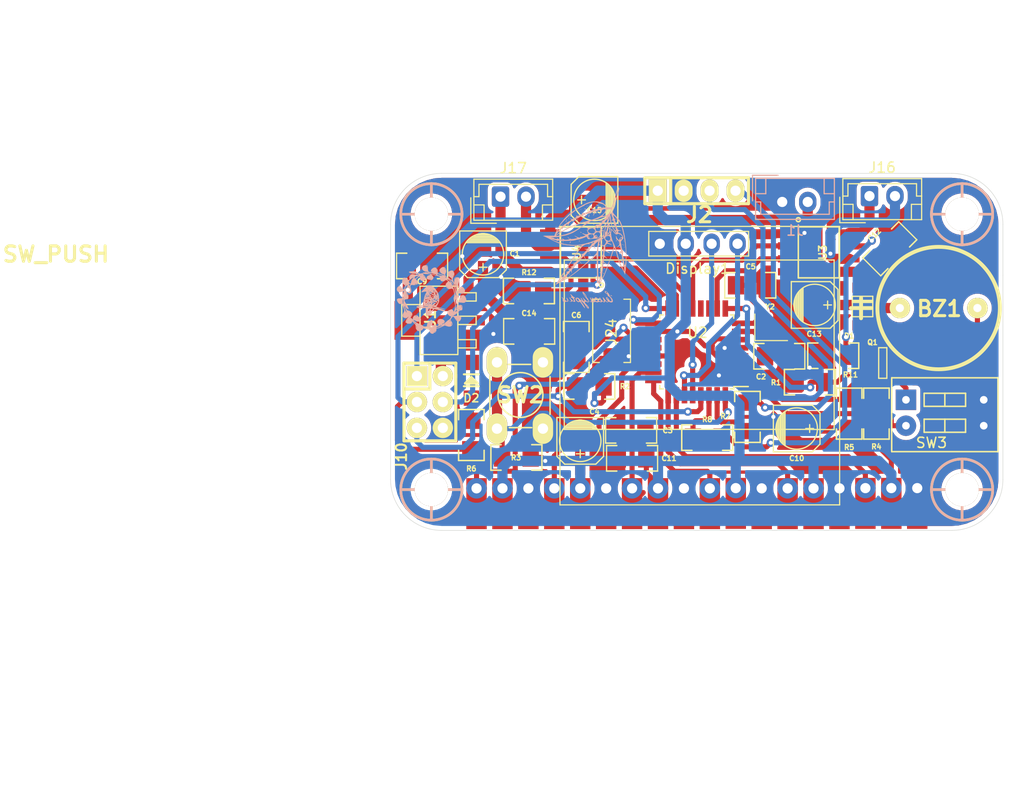
<source format=kicad_pcb>
(kicad_pcb (version 20171130) (host pcbnew "(5.1.4)-1")
  (layers (0 F.Cu signal) (31 B.Cu signal) (34 B.Paste user) (35 F.Paste user) (36 B.SilkS user) (37 F.SilkS user) (38 B.Mask user) (39 F.Mask user) (44 Edge.Cuts user))
  (net 0 "")
  (net 1 "Net-(BZ1-Pad2)")
  (net 2 /Vin)
  (net 3 GND)
  (net 4 /RESET)
  (net 5 +5V)
  (net 6 /START)
  (net 7 "Net-(C6-Pad1)")
  (net 8 /C1)
  (net 9 /C2)
  (net 10 "Net-(D2-Pad1)")
  (net 11 /Rx)
  (net 12 /Tx)
  (net 13 /DISTANCIA_I)
  (net 14 /DISTANCIA_FI)
  (net 15 /DISTANCIA_FD)
  (net 16 /DISTANCIA_D)
  (net 17 /D12/MIS0)
  (net 18 /D13/SCK)
  (net 19 /M2A)
  (net 20 /BUZZER)
  (net 21 /AUX1)
  (net 22 /AUX2)
  (net 23 "Net-(R7-Pad2)")
  (net 24 "Net-(R8-Pad2)")
  (net 25 /SDA)
  (net 26 /SCL)
  (net 27 "Net-(R11-Pad1)")
  (net 28 "Net-(R12-Pad1)")
  (net 29 /M1B)
  (net 30 /M1A)
  (net 31 /M2B)
  (net 32 "Net-(J16-Pad1)")
  (net 33 "Net-(J16-Pad2)")
  (net 34 "Net-(J17-Pad2)")
  (net 35 "Net-(J17-Pad1)")
  (net 36 /TATAMI_TI)
  (net 37 /TATAMI_TD)
  (module logo:c (layer B.Cu) (at 109.2835 102.108 180)
    (fp_text reference G*** hide)
    (fp_text value LOGO hide)
  )
  (module logo:log02 (layer B.Cu) (at 94.0435 107.2515 180)
    (fp_text reference G*** hide)
    (fp_text value LOGO hide)
  )
  (module EESTN5:128x64OLED (layer F.Cu) (at 120 112.5)
    (fp_text reference Display1 (at 0.0785 -8.1695) (layer F.SilkS))
    (fp_text value SSD1306-SSD1306-128x64_OLED)
    (pad 4 thru_hole oval (at 4 -10.6 90) (size 2 1.6) (drill 1) (layers *.Cu *.Mask) (net 25 /SDA))
    (pad 3 thru_hole oval (at 1.46 -10.6 90) (size 2 1.6) (drill 1) (layers *.Cu *.Mask) (net 26 /SCL))
    (pad 1 thru_hole oval (at -3.62 -10.6 90) (size 2 1.6) (drill 1) (layers *.Cu *.Mask) (net 3 GND))
    (pad 2 thru_hole oval (at -1.08 -10.6 90) (size 2 1.6) (drill 1) (layers *.Cu *.Mask) (net 5 +5V))
  )
  (module EESTN5:TQFP-32_7x7mm_Pitch0.8mm (layer F.Cu) (at 120 112.5 180)
    (fp_text reference U2 (at -0.0785 1.883) (layer F.SilkS))
    (fp_text value ATMEGA328P-AU)
    (pad 1 smd rect (at -4.25 -2.8 180) (size 1.6 0.55) (layers F.Cu F.Paste F.Mask) (net 21 /AUX1))
    (pad 2 smd rect (at -4.25 -2 180) (size 1.6 0.55) (layers F.Cu F.Paste F.Mask) (net 22 /AUX2))
    (pad 3 smd rect (at -4.25 -1.2 180) (size 1.6 0.55) (layers F.Cu F.Paste F.Mask) (net 3 GND))
    (pad 4 smd rect (at -4.25 -0.4 180) (size 1.6 0.55) (layers F.Cu F.Paste F.Mask) (net 5 +5V))
    (pad 5 smd rect (at -4.25 0.4 180) (size 1.6 0.55) (layers F.Cu F.Paste F.Mask) (net 3 GND))
    (pad 6 smd rect (at -4.25 1.2 180) (size 1.6 0.55) (layers F.Cu F.Paste F.Mask) (net 5 +5V))
    (pad 7 smd rect (at -4.25 2 180) (size 1.6 0.55) (layers F.Cu F.Paste F.Mask) (net 8 /C1))
    (pad 8 smd rect (at -4.25 2.8 180) (size 1.6 0.55) (layers F.Cu F.Paste F.Mask) (net 9 /C2))
    (pad 9 smd rect (at -2.8 4.25 270) (size 1.6 0.55) (layers F.Cu F.Paste F.Mask) (net 20 /BUZZER))
    (pad 10 smd rect (at -2 4.25 270) (size 1.6 0.55) (layers F.Cu F.Paste F.Mask) (net 29 /M1B))
    (pad 11 smd rect (at -1.2 4.25 270) (size 1.6 0.55) (layers F.Cu F.Paste F.Mask))
    (pad 12 smd rect (at -0.4 4.25 270) (size 1.6 0.55) (layers F.Cu F.Paste F.Mask))
    (pad 13 smd rect (at 0.4 4.25 270) (size 1.6 0.55) (layers F.Cu F.Paste F.Mask) (net 30 /M1A))
    (pad 14 smd rect (at 1.2 4.25 270) (size 1.6 0.55) (layers F.Cu F.Paste F.Mask) (net 31 /M2B))
    (pad 15 smd rect (at 2 4.25 270) (size 1.6 0.55) (layers F.Cu F.Paste F.Mask) (net 19 /M2A))
    (pad 16 smd rect (at 2.8 4.25 270) (size 1.6 0.55) (layers F.Cu F.Paste F.Mask) (net 17 /D12/MIS0))
    (pad 17 smd rect (at 4.25 2.8 180) (size 1.6 0.55) (layers F.Cu F.Paste F.Mask) (net 18 /D13/SCK))
    (pad 18 smd rect (at 4.25 2 180) (size 1.6 0.55) (layers F.Cu F.Paste F.Mask) (net 5 +5V))
    (pad 19 smd rect (at 4.25 1.2 180) (size 1.6 0.55) (layers F.Cu F.Paste F.Mask) (net 36 /TATAMI_TI))
    (pad 20 smd rect (at 4.25 0.4 180) (size 1.6 0.55) (layers F.Cu F.Paste F.Mask) (net 7 "Net-(C6-Pad1)"))
    (pad 21 smd rect (at 4.25 -0.4 180) (size 1.6 0.55) (layers F.Cu F.Paste F.Mask) (net 3 GND))
    (pad 22 smd rect (at 4.25 -1.2 180) (size 1.6 0.55) (layers F.Cu F.Paste F.Mask) (net 37 /TATAMI_TD))
    (pad 23 smd rect (at 4.25 -2 180) (size 1.6 0.55) (layers F.Cu F.Paste F.Mask) (net 13 /DISTANCIA_I))
    (pad 24 smd rect (at 4.25 -2.8 180) (size 1.6 0.55) (layers F.Cu F.Paste F.Mask) (net 14 /DISTANCIA_FI))
    (pad 25 smd rect (at 2.8 -4.25 270) (size 1.6 0.55) (layers F.Cu F.Paste F.Mask) (net 15 /DISTANCIA_FD))
    (pad 26 smd rect (at 2 -4.25 270) (size 1.6 0.55) (layers F.Cu F.Paste F.Mask) (net 16 /DISTANCIA_D))
    (pad 27 smd rect (at 1.2 -4.25 270) (size 1.6 0.55) (layers F.Cu F.Paste F.Mask) (net 25 /SDA))
    (pad 28 smd rect (at 0.4 -4.25 270) (size 1.6 0.55) (layers F.Cu F.Paste F.Mask) (net 26 /SCL))
    (pad 29 smd rect (at -0.4 -4.25 270) (size 1.6 0.55) (layers F.Cu F.Paste F.Mask) (net 4 /RESET))
    (pad 30 smd rect (at -1.2 -4.25 270) (size 1.6 0.55) (layers F.Cu F.Paste F.Mask) (net 24 "Net-(R8-Pad2)"))
    (pad 31 smd rect (at -2 -4.25 270) (size 1.6 0.55) (layers F.Cu F.Paste F.Mask) (net 23 "Net-(R7-Pad2)"))
    (pad 32 smd rect (at -2.8 -4.25 270) (size 1.6 0.55) (layers F.Cu F.Paste F.Mask) (net 6 /START))
  )
  (module EESTN5:R_1206 (layer F.Cu) (at 137.6045 118.5545 270)
    (fp_text reference R4 (at 3.2385 0 180) (layer F.SilkS) (effects (font (size 0.50038 0.50038) (thickness 0.125095))))
    (fp_text value 4K7 hide)
    (pad 1 smd rect (at 1.397 0 270) (size 1.6002 1.8034) (layers F.Cu F.Paste F.Mask) (net 5 +5V))
    (pad 2 smd rect (at -1.397 0 270) (size 1.6002 1.8034) (layers F.Cu F.Paste F.Mask) (net 21 /AUX1))
  )
  (module EESTN5:DUAL_PAD_TH_SMD_2x5mm (layer F.Cu) (at 123.825 127.357)
    (fp_text reference J14 hide)
    (fp_text value HEADER_1 hide)
    (pad 1 thru_hole circle (at 0 -1.5) (size 2 2) (drill 1) (layers *.Cu *.Mask) (net 5 +5V))
    (pad 1 smd rect (at 0 0) (size 2 5) (layers F.Cu F.Paste F.Mask) (net 5 +5V))
  )
  (module EESTN5:DUAL_PAD_TH_SMD_2x5mm (layer F.Cu) (at 141.605 127.357)
    (fp_text reference J3 hide)
    (fp_text value HEADER_1 hide)
    (pad 1 thru_hole circle (at 0 -1.5) (size 2 2) (drill 1) (layers *.Cu *.Mask) (net 3 GND))
    (pad 1 smd rect (at 0 0) (size 2 5) (layers F.Cu F.Paste F.Mask) (net 3 GND))
  )
  (module EESTN5:DUAL_PAD_TH_SMD_2x5mm (layer F.Cu) (at 139.065 127.357)
    (fp_text reference J4 hide)
    (fp_text value HEADER_1 hide)
    (pad 1 thru_hole circle (at 0 -1.5) (size 2 2) (drill 1) (layers *.Cu *.Mask) (net 5 +5V))
    (pad 1 smd rect (at 0 0) (size 2 5) (layers F.Cu F.Paste F.Mask) (net 5 +5V))
  )
  (module EESTN5:DUAL_PAD_TH_SMD_2x5mm (layer F.Cu) (at 113.665 127.381)
    (fp_text reference J5 hide)
    (fp_text value HEADER_1 hide)
    (pad 1 thru_hole circle (at 0 -1.5) (size 2 2) (drill 1) (layers *.Cu *.Mask) (net 13 /DISTANCIA_I))
    (pad 1 smd rect (at 0 0) (size 2 5) (layers F.Cu F.Paste F.Mask) (net 13 /DISTANCIA_I))
  )
  (module EESTN5:DUAL_PAD_TH_SMD_2x5mm (layer F.Cu) (at 133.985 127.381)
    (fp_text reference J6 hide)
    (fp_text value HEADER_1 hide)
    (pad 1 thru_hole circle (at 0 -1.5) (size 2 2) (drill 1) (layers *.Cu *.Mask) (net 3 GND))
    (pad 1 smd rect (at 0 0) (size 2 5) (layers F.Cu F.Paste F.Mask) (net 3 GND))
  )
  (module EESTN5:DUAL_PAD_TH_SMD_2x5mm (layer F.Cu) (at 131.445 127.381)
    (fp_text reference J7 hide)
    (fp_text value HEADER_1 hide)
    (pad 1 thru_hole circle (at 0 -1.5) (size 2 2) (drill 1) (layers *.Cu *.Mask) (net 5 +5V))
    (pad 1 smd rect (at 0 0) (size 2 5) (layers F.Cu F.Paste F.Mask) (net 5 +5V))
  )
  (module EESTN5:DUAL_PAD_TH_SMD_2x5mm (layer F.Cu) (at 136.525 127.357)
    (fp_text reference J8 hide)
    (fp_text value HEADER_1 hide)
    (pad 1 thru_hole circle (at 0 -1.5) (size 2 2) (drill 1) (layers *.Cu *.Mask) (net 16 /DISTANCIA_D))
    (pad 1 smd rect (at 0 0) (size 2 5) (layers F.Cu F.Paste F.Mask) (net 16 /DISTANCIA_D))
  )
  (module EESTN5:DUAL_PAD_TH_SMD_2x5mm (layer F.Cu) (at 118.745 127.381)
    (fp_text reference J9 hide)
    (fp_text value HEADER_1 hide)
    (pad 1 thru_hole circle (at 0 -1.5) (size 2 2) (drill 1) (layers *.Cu *.Mask) (net 3 GND))
    (pad 1 smd rect (at 0 0) (size 2 5) (layers F.Cu F.Paste F.Mask) (net 3 GND))
  )
  (module EESTN5:DUAL_PAD_TH_SMD_2x5mm (layer F.Cu) (at 116.205 127.381)
    (fp_text reference J11 hide)
    (fp_text value HEADER_1 hide)
    (pad 1 thru_hole circle (at 0 -1.5) (size 2 2) (drill 1) (layers *.Cu *.Mask) (net 5 +5V))
    (pad 1 smd rect (at 0 0) (size 2 5) (layers F.Cu F.Paste F.Mask) (net 5 +5V))
  )
  (module EESTN5:DUAL_PAD_TH_SMD_2x5mm (layer F.Cu) (at 128.905 127.381)
    (fp_text reference J12 hide)
    (fp_text value HEADER_1 hide)
    (pad 1 thru_hole circle (at 0 -1.5) (size 2 2) (drill 1) (layers *.Cu *.Mask) (net 15 /DISTANCIA_FD))
    (pad 1 smd rect (at 0 0) (size 2 5) (layers F.Cu F.Paste F.Mask) (net 15 /DISTANCIA_FD))
  )
  (module EESTN5:DUAL_PAD_TH_SMD_2x5mm (layer F.Cu) (at 126.365 127.381)
    (fp_text reference J13 hide)
    (fp_text value HEADER_1 hide)
    (pad 1 thru_hole circle (at 0 -1.5) (size 2 2) (drill 1) (layers *.Cu *.Mask) (net 3 GND))
    (pad 1 smd rect (at 0 0) (size 2 5) (layers F.Cu F.Paste F.Mask) (net 3 GND))
  )
  (module EESTN5:DUAL_PAD_TH_SMD_2x5mm (layer F.Cu) (at 121.285 127.381)
    (fp_text reference J15 hide)
    (fp_text value HEADER_1 hide)
    (pad 1 thru_hole circle (at 0 -1.5) (size 2 2) (drill 1) (layers *.Cu *.Mask) (net 14 /DISTANCIA_FI))
    (pad 1 smd rect (at 0 0) (size 2 5) (layers F.Cu F.Paste F.Mask) (net 14 /DISTANCIA_FI))
  )
  (module EESTN5:pin_strip_4 (layer F.Cu) (at 119.99 96.7)
    (fp_text reference J2 (at 0.279 2.36) (layer F.SilkS) (effects (font (size 1.5 1.5) (thickness 0.3))))
    (fp_text value "Transmisor RF" hide)
    (pad 1 thru_hole rect (at -3.81 0) (size 1.75 2.2) (drill 1.00076) (layers *.Cu *.Mask F.SilkS) (net 5 +5V))
    (pad 2 thru_hole oval (at -1.27 0) (size 1.75 2.2) (drill 1.00076) (layers *.Cu *.Mask F.SilkS) (net 3 GND))
    (pad 3 thru_hole oval (at 1.27 0) (size 1.75 2.2) (drill 1.00076) (layers *.Cu *.Mask F.SilkS) (net 12 /Tx))
    (pad 4 thru_hole oval (at 3.81 0) (size 1.75 2.2) (drill 1.00076) (layers *.Cu *.Mask F.SilkS) (net 11 /Rx))
  )
  (module EESTN5:pin_strip_3x2 (layer F.Cu) (at 93.853 117.4115 270)
    (fp_text reference J10 (at 5.334 2.794 90) (layer F.SilkS) (effects (font (size 1.016 1.016) (thickness 0.2032))))
    (fp_text value ICSP hide)
    (pad 1 thru_hole rect (at -2.54 1.27 270) (size 2 2) (drill 1.00076) (layers *.Cu *.Mask F.SilkS) (net 17 /D12/MIS0))
    (pad 2 thru_hole circle (at -2.54 -1.27 270) (size 2 2) (drill 1.00076) (layers *.Cu *.Mask F.SilkS) (net 5 +5V))
    (pad 3 thru_hole circle (at 0 1.27 270) (size 2 2) (drill 1.00076) (layers *.Cu *.Mask F.SilkS) (net 18 /D13/SCK))
    (pad 4 thru_hole circle (at 0 -1.27 270) (size 2 2) (drill 1.00076) (layers *.Cu *.Mask F.SilkS) (net 19 /M2A))
    (pad 5 thru_hole circle (at 2.54 1.27 270) (size 2 2) (drill 1.00076) (layers *.Cu *.Mask F.SilkS) (net 4 /RESET))
    (pad 6 thru_hole circle (at 2.54 -1.27 270) (size 2 2) (drill 1.00076) (layers *.Cu *.Mask F.SilkS) (net 3 GND))
  )
  (module EESTN5:Dip_SW_2-300 (layer F.Cu) (at 140.5 117.2 270)
    (fp_text reference SW3 (at 4.212 -2.502 180) (layer F.SilkS))
    (fp_text value Estrategias hide)
    (pad 1 thru_hole rect (at 0 0 270) (size 2 2) (drill 0.75) (layers *.Cu *.Mask) (net 22 /AUX2))
    (pad 4 thru_hole oval (at 0 -7.62 270) (size 2 2) (drill 0.75) (layers *.Cu *.Mask) (net 3 GND))
    (pad 2 thru_hole oval (at 2.54 0 270) (size 2 2) (drill 0.75) (layers *.Cu *.Mask) (net 21 /AUX1))
    (pad 3 thru_hole oval (at 2.54 -7.62 270) (size 2 2) (drill 0.75) (layers *.Cu *.Mask) (net 3 GND))
  )
  (module EESTN5:Separador_M3_5mm (layer F.Cu) (at 146 126)
    (fp_text reference H1 hide)
    (fp_text value Mounting_Hole hide)
    (pad 1 thru_hole circle (at 0 0) (size 3.25 3.25) (drill 3.25) (layers *.Cu F.SilkS))
  )
  (module EESTN5:Separador_M3_5mm (layer F.Cu) (at 146 99)
    (fp_text reference H2 hide)
    (fp_text value Mounting_Hole hide)
    (pad 1 thru_hole circle (at 0 0) (size 3.25 3.25) (drill 3.25) (layers *.Cu F.SilkS))
  )
  (module EESTN5:Separador_M3_5mm (layer F.Cu) (at 94 126)
    (fp_text reference H3 hide)
    (fp_text value Mounting_Hole hide)
    (pad 1 thru_hole circle (at 0 0) (size 3.25 3.25) (drill 3.25) (layers *.Cu F.SilkS))
  )
  (module EESTN5:Separador_M3_5mm (layer F.Cu) (at 94 99)
    (fp_text reference H4 hide)
    (fp_text value Mounting_Hole hide)
    (pad 1 thru_hole circle (at 0 0) (size 3.25 3.25) (drill 3.25) (layers *.Cu F.SilkS))
  )
  (module Connector_JST:JST_EH_B2B-EH-A_1x02_P2.50mm_Vertical (layer B.Cu) (at 128.375 97.8)
    (fp_text reference J1 (at 1.25 2.8) (layer B.SilkS) (effects (justify mirror)))
    (fp_text value HEADER_2)
    (pad 1 thru_hole roundrect (at 0 0) (size 1.7 2) (drill 1) (layers *.Cu *.Mask) (roundrect_rratio 0.147059) (net 3 GND))
    (pad 2 thru_hole oval (at 2.5 0) (size 1.7 2) (drill 1) (layers *.Cu *.Mask) (net 2 /Vin))
  )
  (module Connector_JST:JST_EH_B2B-EH-A_1x02_P2.50mm_Vertical (layer F.Cu) (at 136.925 97.225)
    (fp_text reference J16 (at 1.25 -2.8) (layer F.SilkS))
    (fp_text value motores)
    (pad 1 thru_hole roundrect (at 0 0) (size 1.7 2) (drill 1) (layers *.Cu *.Mask) (roundrect_rratio 0.147059) (net 32 "Net-(J16-Pad1)"))
    (pad 2 thru_hole oval (at 2.5 0) (size 1.7 2) (drill 1) (layers *.Cu *.Mask) (net 33 "Net-(J16-Pad2)"))
  )
  (module Connector_JST:JST_EH_B2B-EH-A_1x02_P2.50mm_Vertical (layer F.Cu) (at 100.7745 97.282)
    (fp_text reference J17 (at 1.25 -2.8) (layer F.SilkS))
    (fp_text value motores)
    (pad 2 thru_hole oval (at 2.5 0) (size 1.7 2) (drill 1) (layers *.Cu *.Mask) (net 34 "Net-(J17-Pad2)"))
    (pad 1 thru_hole roundrect (at 0 0) (size 1.7 2) (drill 1) (layers *.Cu *.Mask) (roundrect_rratio 0.147059) (net 35 "Net-(J17-Pad1)"))
  )
  (module EESTN5:C_1206 (layer F.Cu) (at 108.204 112.014 270)
    (fp_text reference C6 (at -3.1115 0 180) (layer F.SilkS) (effects (font (size 0.50038 0.50038) (thickness 0.125095))))
    (fp_text value 100nF hide)
    (pad 2 smd rect (at -1.397 0 270) (size 1.6002 1.8034) (layers F.Cu F.Paste F.Mask) (net 3 GND))
    (pad 1 smd rect (at 1.397 0 270) (size 1.6002 1.8034) (layers F.Cu F.Paste F.Mask) (net 7 "Net-(C6-Pad1)"))
  )
  (module EESTN5:R_1206 (layer F.Cu) (at 102.333 122.85)
    (fp_text reference R3 (at -0.0345 0.0225) (layer F.SilkS) (effects (font (size 0.50038 0.50038) (thickness 0.125095))))
    (fp_text value 10K hide)
    (pad 1 smd rect (at 1.397 0) (size 1.6002 1.8034) (layers F.Cu F.Paste F.Mask) (net 5 +5V))
    (pad 2 smd rect (at -1.397 0) (size 1.6002 1.8034) (layers F.Cu F.Paste F.Mask) (net 6 /START))
  )
  (module EESTN5:DUAL_PAD_TH_SMD_2x5mm (layer F.Cu) (at 103.505 127.381)
    (fp_text reference J18 hide)
    (fp_text value HEADER_1 hide)
    (pad 1 smd rect (at 0 0) (size 2 5) (layers F.Cu F.Paste F.Mask) (net 3 GND))
    (pad 1 thru_hole circle (at 0 -1.5) (size 2 2) (drill 1) (layers *.Cu *.Mask) (net 3 GND))
  )
  (module EESTN5:DUAL_PAD_TH_SMD_2x5mm (layer F.Cu) (at 100.965 127.381)
    (fp_text reference J19 hide)
    (fp_text value HEADER_1 hide)
    (pad 1 smd rect (at 0 0) (size 2 5) (layers F.Cu F.Paste F.Mask) (net 5 +5V))
    (pad 1 thru_hole circle (at 0 -1.5) (size 2 2) (drill 1) (layers *.Cu *.Mask) (net 5 +5V))
  )
  (module EESTN5:DUAL_PAD_TH_SMD_2x5mm (layer F.Cu) (at 98.425 127.381)
    (fp_text reference J20 hide)
    (fp_text value HEADER_1 hide)
    (pad 1 thru_hole circle (at 0 -1.5) (size 2 2) (drill 1) (layers *.Cu *.Mask) (net 36 /TATAMI_TI))
    (pad 1 smd rect (at 0 0) (size 2 5) (layers F.Cu F.Paste F.Mask) (net 36 /TATAMI_TI))
  )
  (module EESTN5:DUAL_PAD_TH_SMD_2x5mm (layer F.Cu) (at 111.125 127.381)
    (fp_text reference J21 hide)
    (fp_text value HEADER_1 hide)
    (pad 1 thru_hole circle (at 0 -1.5) (size 2 2) (drill 1) (layers *.Cu *.Mask) (net 3 GND))
    (pad 1 smd rect (at 0 0) (size 2 5) (layers F.Cu F.Paste F.Mask) (net 3 GND))
  )
  (module EESTN5:DUAL_PAD_TH_SMD_2x5mm (layer F.Cu) (at 108.585 127.381)
    (fp_text reference J22 hide)
    (fp_text value HEADER_1 hide)
    (pad 1 smd rect (at 0 0) (size 2 5) (layers F.Cu F.Paste F.Mask) (net 5 +5V))
    (pad 1 thru_hole circle (at 0 -1.5) (size 2 2) (drill 1) (layers *.Cu *.Mask) (net 5 +5V))
  )
  (module EESTN5:DUAL_PAD_TH_SMD_2x5mm (layer F.Cu) (at 106.045 127.381)
    (fp_text reference J23 hide)
    (fp_text value HEADER_1 hide)
    (pad 1 thru_hole circle (at 0 -1.5) (size 2 2) (drill 1) (layers *.Cu *.Mask) (net 37 /TATAMI_TD))
    (pad 1 smd rect (at 0 0) (size 2 5) (layers F.Cu F.Paste F.Mask) (net 37 /TATAMI_TD))
  )
  (module EESTN5:Buzzer_12mm (layer F.Cu) (at 143.7005 108.204 180)
    (fp_text reference BZ1 (at -0.0635 -0.0635) (layer F.SilkS) (effects (font (size 1.5 1.5) (thickness 0.3))))
    (fp_text value Buzzer hide)
    (pad 2 thru_hole circle (at -3.8 0 180) (size 2 2) (drill 0.8) (layers *.Cu *.Mask F.SilkS) (net 1 "Net-(BZ1-Pad2)"))
    (pad 1 thru_hole circle (at 3.8 0 180) (size 2 2) (drill 0.8) (layers *.Cu *.Mask F.SilkS) (net 2 /Vin))
  )
  (module EESTN5:CAP_ELEC_SMD_4X5.5 (layer F.Cu) (at 99.06 102.9335 270)
    (fp_text reference C1 (at -0.0635 -3.1115 180) (layer F.SilkS) (effects (font (size 0.50038 0.50038) (thickness 0.11938))))
    (fp_text value 10uF hide)
    (pad 1 smd rect (at 2 0 270) (size 2.7 1) (layers F.Cu F.Paste F.Mask) (net 2 /Vin))
    (pad 2 smd rect (at -2 0 270) (size 2.7 1) (layers F.Cu F.Paste F.Mask) (net 3 GND))
  )
  (module EESTN5:CAP_ELEC_SMD_4X5.5 (layer F.Cu) (at 108.585 121.2215 270)
    (fp_text reference C4 (at -2.8575 -1.397 180) (layer F.SilkS) (effects (font (size 0.50038 0.50038) (thickness 0.11938))))
    (fp_text value 10uF hide)
    (pad 2 smd rect (at -2 0 270) (size 2.7 1) (layers F.Cu F.Paste F.Mask) (net 3 GND))
    (pad 1 smd rect (at 2 0 270) (size 2.7 1) (layers F.Cu F.Paste F.Mask) (net 5 +5V))
  )
  (module EESTN5:C_1206 (layer F.Cu) (at 93.091 104.0765)
    (fp_text reference C9 (at 0 1.524) (layer F.SilkS) (effects (font (size 0.50038 0.50038) (thickness 0.125095))))
    (fp_text value 100nF hide)
    (pad 2 smd rect (at -1.397 0) (size 1.6002 1.8034) (layers F.Cu F.Paste F.Mask) (net 5 +5V))
    (pad 1 smd rect (at 1.397 0) (size 1.6002 1.8034) (layers F.Cu F.Paste F.Mask) (net 3 GND))
  )
  (module EESTN5:CAP_ELEC_SMD_4X5.5 (layer F.Cu) (at 129.794 120.015)
    (fp_text reference C10 (at 0 2.921) (layer F.SilkS) (effects (font (size 0.50038 0.50038) (thickness 0.11938))))
    (fp_text value 100uF hide)
    (pad 1 smd rect (at 2 0) (size 2.7 1) (layers F.Cu F.Paste F.Mask) (net 5 +5V))
    (pad 2 smd rect (at -2 0) (size 2.7 1) (layers F.Cu F.Paste F.Mask) (net 3 GND))
  )
  (module EESTN5:C_1206 (layer F.Cu) (at 138.909828 102.390172 225)
    (fp_text reference C12 (at 0.094863 2.020558 225) (layer F.SilkS) (effects (font (size 0.50038 0.50038) (thickness 0.125095))))
    (fp_text value 100nf hide)
    (pad 1 smd rect (at 1.397 0 225) (size 1.6002 1.8034) (layers F.Cu F.Paste F.Mask) (net 2 /Vin))
    (pad 2 smd rect (at -1.397 0 225) (size 1.6002 1.8034) (layers F.Cu F.Paste F.Mask) (net 3 GND))
  )
  (module EESTN5:CAP_ELEC_SMD_4X5.5 (layer F.Cu) (at 131.5532 107.8992)
    (fp_text reference C13 (at -0.0447 2.8448) (layer F.SilkS) (effects (font (size 0.50038 0.50038) (thickness 0.11938))))
    (fp_text value 100uf hide)
    (pad 2 smd rect (at -2 0) (size 2.7 1) (layers F.Cu F.Paste F.Mask) (net 3 GND))
    (pad 1 smd rect (at 2 0) (size 2.7 1) (layers F.Cu F.Paste F.Mask) (net 2 /Vin))
  )
  (module EESTN5:C_1206 (layer F.Cu) (at 103.5812 110.49 180)
    (fp_text reference C14 (at 0.0127 1.778) (layer F.SilkS) (effects (font (size 0.50038 0.50038) (thickness 0.125095))))
    (fp_text value 100nf hide)
    (pad 1 smd rect (at 1.397 0 180) (size 1.6002 1.8034) (layers F.Cu F.Paste F.Mask) (net 2 /Vin))
    (pad 2 smd rect (at -1.397 0 180) (size 1.6002 1.8034) (layers F.Cu F.Paste F.Mask) (net 3 GND))
  )
  (module EESTN5:CAP_ELEC_SMD_4X5.5 (layer F.Cu) (at 109.982 97.5995 180)
    (fp_text reference C15 (at 0 -1.016) (layer F.SilkS) (effects (font (size 0.50038 0.50038) (thickness 0.11938))))
    (fp_text value 100uf hide)
    (pad 1 smd rect (at 2 0 180) (size 2.7 1) (layers F.Cu F.Paste F.Mask) (net 2 /Vin))
    (pad 2 smd rect (at -2 0 180) (size 2.7 1) (layers F.Cu F.Paste F.Mask) (net 3 GND))
  )
  (module EESTN5:SOD80C (layer F.Cu) (at 136.2456 108.0516 90)
    (fp_text reference D1 (at -2.8829 -1.3081 180) (layer F.SilkS) (effects (font (size 0.50038 0.50038) (thickness 0.125095))))
    (fp_text value 1N4148 hide)
    (pad 1 smd rect (at -1.84912 0 90) (size 1.00076 1.99898) (layers F.Cu F.Paste F.Mask) (net 1 "Net-(BZ1-Pad2)"))
    (pad 2 smd rect (at 1.84912 0 90) (size 1.00076 1.99898) (layers F.Cu F.Paste F.Mask) (net 2 /Vin))
  )
  (module EESTN5:LED_1206 (layer F.Cu) (at 97.917 115.28552 90)
    (fp_text reference D2 (at -1.74498 0 180) (layer F.SilkS) (effects (font (size 0.8001 0.8001) (thickness 0.14986))))
    (fp_text value "5mm RED" hide)
    (pad 1 smd rect (at -1.74752 0 90) (size 1.4986 1.4986) (layers F.Cu F.Paste F.Mask) (net 10 "Net-(D2-Pad1)"))
    (pad 2 smd rect (at 1.74752 0 90) (size 1.4986 1.4986) (layers F.Cu F.Paste F.Mask) (net 5 +5V))
  )
  (module EESTN5:SOT23 (layer F.Cu) (at 138.2268 113.5888 270)
    (fp_text reference Q1 (at -2.0193 1.0033 180) (layer F.SilkS) (effects (font (size 0.50038 0.50038) (thickness 0.125095))))
    (fp_text value 2N7002 hide)
    (pad 1 smd rect (at -0.9525 1.05664 270) (size 0.59944 1.00076) (layers F.Cu F.Paste F.Mask) (net 20 /BUZZER))
    (pad 2 smd rect (at 0 -1.05664 270) (size 0.59944 1.00076) (layers F.Cu F.Paste F.Mask) (net 1 "Net-(BZ1-Pad2)"))
    (pad 3 smd rect (at 0.9525 1.05664 270) (size 0.59944 1.00076) (layers F.Cu F.Paste F.Mask) (net 3 GND))
  )
  (module EESTN5:R_1206 (layer F.Cu) (at 131.0894 115.4684)
    (fp_text reference R1 (at -3.3274 0.0381) (layer F.SilkS) (effects (font (size 0.50038 0.50038) (thickness 0.125095))))
    (fp_text value 10K hide)
    (pad 2 smd rect (at -1.397 0) (size 1.6002 1.8034) (layers F.Cu F.Paste F.Mask) (net 3 GND))
    (pad 1 smd rect (at 1.397 0) (size 1.6002 1.8034) (layers F.Cu F.Paste F.Mask) (net 20 /BUZZER))
  )
  (module EESTN5:R_1206 (layer F.Cu) (at 134.9375 118.5545 270)
    (fp_text reference R5 (at 3.302 0 180) (layer F.SilkS) (effects (font (size 0.50038 0.50038) (thickness 0.125095))))
    (fp_text value 4K7 hide)
    (pad 2 smd rect (at -1.397 0 270) (size 1.6002 1.8034) (layers F.Cu F.Paste F.Mask) (net 22 /AUX2))
    (pad 1 smd rect (at 1.397 0 270) (size 1.6002 1.8034) (layers F.Cu F.Paste F.Mask) (net 5 +5V))
  )
  (module EESTN5:R_1206 (layer F.Cu) (at 97.917 120.65 90)
    (fp_text reference R6 (at -3.302 0 180) (layer F.SilkS) (effects (font (size 0.50038 0.50038) (thickness 0.125095))))
    (fp_text value 330 hide)
    (pad 1 smd rect (at 1.397 0 90) (size 1.6002 1.8034) (layers F.Cu F.Paste F.Mask) (net 10 "Net-(D2-Pad1)"))
    (pad 2 smd rect (at -1.397 0 90) (size 1.6002 1.8034) (layers F.Cu F.Paste F.Mask) (net 18 /D13/SCK))
  )
  (module EESTN5:R_1206 (layer F.Cu) (at 124.968 118.872 90)
    (fp_text reference R7 (at 0.0635 -2.159 180) (layer F.SilkS) (effects (font (size 0.50038 0.50038) (thickness 0.125095))))
    (fp_text value 1K hide)
    (pad 2 smd rect (at -1.397 0 90) (size 1.6002 1.8034) (layers F.Cu F.Paste F.Mask) (net 23 "Net-(R7-Pad2)"))
    (pad 1 smd rect (at 1.397 0 90) (size 1.6002 1.8034) (layers F.Cu F.Paste F.Mask) (net 12 /Tx))
  )
  (module EESTN5:R_1206 (layer F.Cu) (at 121.031 120.904)
    (fp_text reference R8 (at 0 -1.778) (layer F.SilkS) (effects (font (size 0.50038 0.50038) (thickness 0.125095))))
    (fp_text value 1K hide)
    (pad 1 smd rect (at 1.397 0) (size 1.6002 1.8034) (layers F.Cu F.Paste F.Mask) (net 11 /Rx))
    (pad 2 smd rect (at -1.397 0) (size 1.6002 1.8034) (layers F.Cu F.Paste F.Mask) (net 24 "Net-(R8-Pad2)"))
  )
  (module EESTN5:R_1206 (layer F.Cu) (at 133.3754 112.8776)
    (fp_text reference R11 (at 1.6891 1.8669) (layer F.SilkS) (effects (font (size 0.50038 0.50038) (thickness 0.125095))))
    (fp_text value 0,25 hide)
    (pad 1 smd rect (at 1.397 0) (size 1.6002 1.8034) (layers F.Cu F.Paste F.Mask) (net 27 "Net-(R11-Pad1)"))
    (pad 2 smd rect (at -1.397 0) (size 1.6002 1.8034) (layers F.Cu F.Paste F.Mask) (net 3 GND))
  )
  (module EESTN5:R_1206 (layer F.Cu) (at 103.5558 106.5276)
    (fp_text reference R12 (at 0.0127 -1.8161) (layer F.SilkS) (effects (font (size 0.50038 0.50038) (thickness 0.125095))))
    (fp_text value 0,25 hide)
    (pad 2 smd rect (at -1.397 0) (size 1.6002 1.8034) (layers F.Cu F.Paste F.Mask) (net 3 GND))
    (pad 1 smd rect (at 1.397 0) (size 1.6002 1.8034) (layers F.Cu F.Paste F.Mask) (net 28 "Net-(R12-Pad1)"))
  )
  (module EESTN5:Pulsador_TH_4 (layer F.Cu) (at 102.6795 116.7765)
    (fp_text reference SW2 (at 0.05 -0.05) (layer F.SilkS) (effects (font (size 1.5 1.5) (thickness 0.3))))
    (fp_text value SW_PUSH (at -45.466 -13.843) (layer F.SilkS) (effects (font (size 1.5 1.5) (thickness 0.3))))
    (pad 3 thru_hole oval (at -2.25 -3.25) (size 2 3) (drill 1.016) (layers *.Cu *.Mask F.SilkS) (net 6 /START))
    (pad 1 thru_hole oval (at 2.25 -3.25) (size 2 3) (drill 1.016) (layers *.Cu *.Mask F.SilkS) (net 3 GND))
    (pad 2 thru_hole oval (at 2.25 3.25) (size 2 3) (drill 1.016) (layers *.Cu *.Mask F.SilkS) (net 3 GND))
    (pad 4 thru_hole oval (at -2.25 3.25) (size 2 3) (drill 1.016) (layers *.Cu *.Mask F.SilkS) (net 6 /START))
  )
  (module EESTN5:SOT223 (layer F.Cu) (at 94.742 109.4105 90)
    (fp_text reference U1 (at 0.0508 -0.8382 90) (layer F.SilkS) (effects (font (size 1.00076 1.00076) (thickness 0.20066))))
    (fp_text value LM1117-SOT hide)
    (pad 1 smd rect (at -2.3 3.3 90) (size 1 2.4) (layers F.Cu F.Paste F.Mask) (net 3 GND))
    (pad 2 smd rect (at 0 3.3 90) (size 1 2.4) (layers F.Cu F.Paste F.Mask) (net 5 +5V))
    (pad 3 smd rect (at 2.3 3.3 90) (size 1 2.4) (layers F.Cu F.Paste F.Mask) (net 2 /Vin))
    (pad 4 smd rect (at 0 -3.15 90) (size 3.8 2.4) (layers F.Cu F.Paste F.Mask) (net 5 +5V))
  )
  (module EESTN5:SSOP-8 (layer F.Cu) (at 131.953 102.743 270)
    (fp_text reference U3 (at 0 -0.4 90) (layer F.SilkS) (effects (font (size 0.7493 0.7493) (thickness 0.14986))))
    (fp_text value DRV8872 hide)
    (pad 8 smd rect (at -1.905 -3 90) (size 0.7112 2) (layers F.Cu F.Paste F.Mask) (net 32 "Net-(J16-Pad1)"))
    (pad 7 smd rect (at -0.635 -3 90) (size 0.7112 2) (layers F.Cu F.Paste F.Mask) (net 27 "Net-(R11-Pad1)"))
    (pad 6 smd rect (at 0.635 -3 90) (size 0.7112 2) (layers F.Cu F.Paste F.Mask) (net 33 "Net-(J16-Pad2)"))
    (pad 5 smd rect (at 1.905 -3 90) (size 0.7112 2) (layers F.Cu F.Paste F.Mask) (net 2 /Vin))
    (pad 4 smd rect (at 1.905 3 270) (size 0.7112 2) (layers F.Cu F.Paste F.Mask))
    (pad 3 smd rect (at 0.635 3 270) (size 0.7112 2) (layers F.Cu F.Paste F.Mask) (net 29 /M1B))
    (pad 2 smd rect (at -0.635 3 270) (size 0.7112 2) (layers F.Cu F.Paste F.Mask) (net 30 /M1A))
    (pad 1 smd rect (at -1.905 3 270) (size 0.7112 2) (layers F.Cu F.Paste F.Mask) (net 3 GND))
  )
  (module EESTN5:SSOP-8 (layer F.Cu) (at 108.6485 102.743 90)
    (fp_text reference U4 (at 0 -0.4 90) (layer F.SilkS) (effects (font (size 0.7493 0.7493) (thickness 0.14986))))
    (fp_text value DRV8872 hide)
    (pad 1 smd rect (at -1.905 3 90) (size 0.7112 2) (layers F.Cu F.Paste F.Mask) (net 3 GND))
    (pad 2 smd rect (at -0.635 3 90) (size 0.7112 2) (layers F.Cu F.Paste F.Mask) (net 19 /M2A))
    (pad 3 smd rect (at 0.635 3 90) (size 0.7112 2) (layers F.Cu F.Paste F.Mask) (net 31 /M2B))
    (pad 4 smd rect (at 1.905 3 90) (size 0.7112 2) (layers F.Cu F.Paste F.Mask))
    (pad 5 smd rect (at 1.905 -3 270) (size 0.7112 2) (layers F.Cu F.Paste F.Mask) (net 2 /Vin))
    (pad 6 smd rect (at 0.635 -3 270) (size 0.7112 2) (layers F.Cu F.Paste F.Mask) (net 34 "Net-(J17-Pad2)"))
    (pad 7 smd rect (at -0.635 -3 270) (size 0.7112 2) (layers F.Cu F.Paste F.Mask) (net 28 "Net-(R12-Pad1)"))
    (pad 8 smd rect (at -1.905 -3 270) (size 0.7112 2) (layers F.Cu F.Paste F.Mask) (net 35 "Net-(J17-Pad1)"))
  )
  (module EESTN5:C_1206 (layer F.Cu) (at 128.0922 112.9284)
    (fp_text reference C2 (at -1.7907 2.0066) (layer F.SilkS) (effects (font (size 0.50038 0.50038) (thickness 0.125095))))
    (fp_text value 18pF hide)
    (pad 1 smd rect (at 1.397 0) (size 1.6002 1.8034) (layers F.Cu F.Paste F.Mask) (net 3 GND))
    (pad 2 smd rect (at -1.397 0) (size 1.6002 1.8034) (layers F.Cu F.Paste F.Mask) (net 8 /C1))
  )
  (module EESTN5:C_1206 (layer F.Cu) (at 125.2474 105.9688)
    (fp_text reference C5 (at 0.0381 -1.8288) (layer F.SilkS) (effects (font (size 0.50038 0.50038) (thickness 0.125095))))
    (fp_text value 18pF hide)
    (pad 2 smd rect (at -1.397 0) (size 1.6002 1.8034) (layers F.Cu F.Paste F.Mask) (net 9 /C2))
    (pad 1 smd rect (at 1.397 0) (size 1.6002 1.8034) (layers F.Cu F.Paste F.Mask) (net 3 GND))
  )
  (module Crystal:Crystal_SMD_EuroQuartz_X22-4Pin_2.5x2.0mm (layer F.Cu) (at 127.292 110.0932)
    (fp_text reference Y2 (at -0.1015 -2.0162) (layer F.SilkS) (effects (font (size 0.50038 0.50038) (thickness 0.125095))))
    (fp_text value Crystal_GND23_Small)
    (pad 1 smd rect (at -0.8 0.6) (size 1.2 1) (layers F.Cu F.Paste F.Mask) (net 8 /C1))
    (pad 2 smd rect (at 0.8 0.6) (size 1.2 1) (layers F.Cu F.Paste F.Mask) (net 3 GND))
    (pad 3 smd rect (at 0.8 -0.6) (size 1.2 1) (layers F.Cu F.Paste F.Mask) (net 3 GND))
    (pad 4 smd rect (at -0.8 -0.6) (size 1.2 1) (layers F.Cu F.Paste F.Mask) (net 9 /C2))
  )
  (module EESTN5:SW_SPST_EVQPE1 (layer F.Cu) (at 111.6584 110.4392 270)
    (fp_text reference J24 (at 0.1143 0.0254 90) (layer F.SilkS))
    (fp_text value HEADER_2)
    (pad 1 smd rect (at -2.7 0 270) (size 2 1.6) (layers F.Cu F.Paste F.Mask) (net 3 GND))
    (pad 2 smd rect (at 2.7 0 270) (size 2 1.6) (layers F.Cu F.Paste F.Mask) (net 4 /RESET))
  )
  (module EESTN5:R_1206 (layer F.Cu) (at 109.474 115.8875)
    (fp_text reference R2 (at 3.4925 0) (layer F.SilkS) (effects (font (size 0.50038 0.50038) (thickness 0.125095))))
    (fp_text value 10K hide)
    (pad 1 smd rect (at 1.397 0) (size 1.6002 1.8034) (layers F.Cu F.Paste F.Mask) (net 5 +5V))
    (pad 2 smd rect (at -1.397 0) (size 1.6002 1.8034) (layers F.Cu F.Paste F.Mask) (net 4 /RESET))
  )
  (module EESTN5:C_1206 (layer F.Cu) (at 113.573001 120.197001)
    (fp_text reference C3 (at 3.584499 0.008499) (layer F.SilkS) (effects (font (size 0.50038 0.50038) (thickness 0.125095))))
    (fp_text value 100nF hide)
    (pad 2 smd rect (at -1.397 0) (size 1.6002 1.8034) (layers F.Cu F.Paste F.Mask) (net 3 GND))
    (pad 1 smd rect (at 1.397 0) (size 1.6002 1.8034) (layers F.Cu F.Paste F.Mask) (net 5 +5V))
  )
  (module EESTN5:C_1206 (layer F.Cu) (at 113.665 122.936 180)
    (fp_text reference C11 (at -3.6195 0) (layer F.SilkS) (effects (font (size 0.50038 0.50038) (thickness 0.125095))))
    (fp_text value 100nF hide)
    (pad 1 smd rect (at 1.397 0 180) (size 1.6002 1.8034) (layers F.Cu F.Paste F.Mask) (net 3 GND))
    (pad 2 smd rect (at -1.397 0 180) (size 1.6002 1.8034) (layers F.Cu F.Paste F.Mask) (net 5 +5V))
  )
  (gr_line (start 150 105) (end 150 100) (layer Edge.Cuts) (width 0.05))
  (gr_line (start 90 100) (end 90 105) (layer Edge.Cuts) (width 0.05))
  (gr_line (start 145 130) (end 95 130) (layer Edge.Cuts) (width 0.05))
  (gr_line (start 150 105) (end 150 125) (layer Edge.Cuts) (width 0.05))
  (gr_line (start 95 95) (end 145 95) (layer Edge.Cuts) (width 0.05))
  (gr_line (start 90 125) (end 90 105) (layer Edge.Cuts) (width 0.05))
  (gr_arc (start 95 125) (end 90 125) (angle -90) (layer Edge.Cuts) (width 0.05))
  (gr_arc (start 145 125) (end 145 130) (angle -90) (layer Edge.Cuts) (width 0.05))
  (gr_arc (start 145 100) (end 150 100) (angle -90) (layer Edge.Cuts) (width 0.05))
  (gr_arc (start 95 100) (end 95 95) (angle -90) (layer Edge.Cuts) (width 0.05))
  (segment (start 139.28344 112.78908) (end 139.28344 113.5888) (width 0.5) (layer F.Cu) (net 1))
  (segment (start 139.28344 111.43907) (end 139.28344 112.78908) (width 0.5) (layer F.Cu) (net 1))
  (segment (start 137.74509 109.90072) (end 139.28344 111.43907) (width 0.5) (layer F.Cu) (net 1))
  (segment (start 136.2456 109.90072) (end 137.74509 109.90072) (width 0.5) (layer F.Cu) (net 1))
  (segment (start 144.4117 113.5888) (end 147.5005 110.5) (width 0.5) (layer F.Cu) (net 1))
  (segment (start 139.28344 113.5888) (end 144.4117 113.5888) (width 0.5) (layer F.Cu) (net 1))
  (segment (start 147.5005 108.204) (end 147.5005 110.5) (width 0.5) (layer F.Cu) (net 1))
  (segment (start 132.69062 107.81538) (end 132.683 107.823) (width 1) (layer F.Cu) (net 2))
  (segment (start 107.982 99.0285) (end 108.0135 99.06) (width 1) (layer F.Cu) (net 2))
  (segment (start 107.982 97.5995) (end 107.982 99.0285) (width 1) (layer F.Cu) (net 2))
  (segment (start 136.2456 107.70286) (end 136.2456 106.20248) (width 1) (layer F.Cu) (net 2))
  (segment (start 136.04926 107.8992) (end 136.2456 107.70286) (width 1) (layer F.Cu) (net 2))
  (segment (start 133.5532 107.8992) (end 136.04926 107.8992) (width 1) (layer F.Cu) (net 2))
  (segment (start 108.0135 99.06) (end 108.948483 99.994983) (width 1) (layer F.Cu) (net 2))
  (segment (start 130.8735 97.8015) (end 130.875 97.8) (width 1) (layer F.Cu) (net 2))
  (segment (start 130.8735 99.568) (end 130.8735 97.8015) (width 1) (layer F.Cu) (net 2))
  (segment (start 109.375466 99.568) (end 130.8735 99.568) (width 1) (layer F.Cu) (net 2))
  (segment (start 108.948483 99.994983) (end 109.375466 99.568) (width 1) (layer F.Cu) (net 2))
  (segment (start 102.0539 108.458) (end 101.854 108.458) (width 1) (layer F.Cu) (net 2))
  (segment (start 102.1842 108.5883) (end 102.0539 108.458) (width 1) (layer F.Cu) (net 2))
  (segment (start 102.1842 110.49) (end 102.1842 108.5883) (width 1) (layer F.Cu) (net 2))
  (segment (start 99.554 107.1105) (end 98.042 107.1105) (width 1) (layer F.Cu) (net 2))
  (segment (start 100.13315 107.68965) (end 99.554 107.1105) (width 1) (layer F.Cu) (net 2))
  (segment (start 100.9015 108.458) (end 100.13315 107.68965) (width 1) (layer F.Cu) (net 2))
  (segment (start 101.854 108.458) (end 100.9015 108.458) (width 1) (layer F.Cu) (net 2))
  (segment (start 97.6376 106.7061) (end 98.042 107.1105) (width 1) (layer F.Cu) (net 2))
  (segment (start 97.6376 105.3084) (end 97.6376 106.7061) (width 1) (layer F.Cu) (net 2))
  (segment (start 99.06 104.9335) (end 98.0125 104.9335) (width 1) (layer F.Cu) (net 2))
  (segment (start 98.0125 104.9335) (end 97.6376 105.3084) (width 1) (layer F.Cu) (net 2))
  (segment (start 106.9848 108.458) (end 101.854 108.458) (width 1) (layer F.Cu) (net 2))
  (segment (start 108.881998 106.560802) (end 106.9848 108.458) (width 1) (layer F.Cu) (net 2))
  (segment (start 108.948483 99.994983) (end 108.881998 100.061468) (width 1) (layer F.Cu) (net 2))
  (segment (start 108.881998 100.061468) (end 108.881998 106.560802) (width 1) (layer F.Cu) (net 2))
  (segment (start 137.922 103.378) (end 136.652 104.648) (width 1) (layer F.Cu) (net 2))
  (segment (start 136.652 104.648) (end 134.953 104.648) (width 1) (layer F.Cu) (net 2))
  (segment (start 136.2456 104.7021) (end 136.2456 106.20248) (width 1) (layer F.Cu) (net 2))
  (segment (start 136.2997 104.648) (end 136.2456 104.7021) (width 1) (layer F.Cu) (net 2))
  (segment (start 136.652 104.648) (end 136.2997 104.648) (width 1) (layer F.Cu) (net 2))
  (segment (start 139.9005 108.204) (end 137.922 108.204) (width 1) (layer F.Cu) (net 2))
  (segment (start 137.6172 107.8992) (end 136.04926 107.8992) (width 1) (layer F.Cu) (net 2))
  (segment (start 137.922 108.204) (end 137.6172 107.8992) (width 1) (layer F.Cu) (net 2))
  (segment (start 132.953 104.648) (end 134.953 104.648) (width 1) (layer F.Cu) (net 2))
  (segment (start 131.826 103.521) (end 132.953 104.648) (width 1) (layer F.Cu) (net 2))
  (segment (start 131.826 99.8855) (end 131.826 103.521) (width 1) (layer F.Cu) (net 2))
  (segment (start 130.8735 99.568) (end 131.5085 99.568) (width 1) (layer F.Cu) (net 2))
  (segment (start 131.5085 99.568) (end 131.826 99.8855) (width 1) (layer F.Cu) (net 2))
  (segment (start 105.6485 99.4824) (end 106.0709 99.06) (width 1) (layer F.Cu) (net 2))
  (segment (start 105.6485 100.838) (end 105.6485 99.4824) (width 1) (layer F.Cu) (net 2))
  (segment (start 106.0709 99.06) (end 108.0135 99.06) (width 1) (layer F.Cu) (net 2))
  (segment (start 124.25 112.1) (end 122.7484 112.1) (width 0.5) (layer F.Cu) (net 3))
  (segment (start 122.7484 112.1) (end 122.7328 112.1156) (width 0.5) (layer F.Cu) (net 3))
  (segment (start 115.75 112.9) (end 117.7208 112.9) (width 0.5) (layer F.Cu) (net 3))
  (segment (start 117.7208 112.9) (end 117.8 112.9792) (width 0.5) (layer F.Cu) (net 3))
  (via (at 113.3348 112.9284) (size 0.8) (drill 0.4) (layers F.Cu B.Cu) (net 3))
  (segment (start 115.75 112.9) (end 113.3632 112.9) (width 0.5) (layer F.Cu) (net 3))
  (segment (start 113.3632 112.9) (end 113.3348 112.9284) (width 0.5) (layer F.Cu) (net 3))
  (via (at 130.556 100.838) (size 0.8) (drill 0.4) (layers F.Cu B.Cu) (net 3))
  (via (at 97.028 103.124) (size 0.8) (drill 0.4) (layers F.Cu B.Cu) (net 3))
  (via (at 100.838 105.156) (size 0.8) (drill 0.4) (layers F.Cu B.Cu) (net 3))
  (via (at 100.076 110.744) (size 0.8) (drill 0.4) (layers F.Cu B.Cu) (net 3))
  (via (at 122.174 114.808) (size 0.8) (drill 0.4) (layers F.Cu B.Cu) (net 3))
  (via (at 131.064 114.046) (size 0.8) (drill 0.4) (layers F.Cu B.Cu) (net 3))
  (via (at 127.508 118.872) (size 0.8) (drill 0.4) (layers F.Cu B.Cu) (net 3))
  (via (at 122.7328 112.1156) (size 0.8) (drill 0.4) (layers F.Cu B.Cu) (net 3))
  (segment (start 112.176001 122.844001) (end 112.268 122.936) (width 0.5) (layer F.Cu) (net 3))
  (segment (start 112.176001 120.197001) (end 112.176001 122.844001) (width 0.5) (layer F.Cu) (net 3))
  (segment (start 124.25 113.7) (end 122.266 113.7) (width 0.5) (layer F.Cu) (net 3))
  (segment (start 122.174 113.792) (end 122.174 114.808) (width 0.5) (layer F.Cu) (net 3))
  (segment (start 122.266 113.7) (end 122.174 113.792) (width 0.5) (layer F.Cu) (net 3))
  (segment (start 120.4 116.75) (end 120.4 118.05) (width 0.5) (layer F.Cu) (net 4))
  (via (at 119.126 118.364) (size 0.8) (drill 0.4) (layers F.Cu B.Cu) (net 4))
  (segment (start 119.691685 118.364) (end 119.126 118.364) (width 0.5) (layer F.Cu) (net 4))
  (segment (start 120.086 118.364) (end 119.691685 118.364) (width 0.5) (layer F.Cu) (net 4))
  (segment (start 120.4 118.05) (end 120.086 118.364) (width 0.5) (layer F.Cu) (net 4))
  (segment (start 109.22 115.8875) (end 108.077 115.8875) (width 0.5) (layer F.Cu) (net 4))
  (segment (start 110.6348 113.1392) (end 110.01375 113.76025) (width 0.5) (layer F.Cu) (net 4))
  (segment (start 111.6584 113.1392) (end 110.6348 113.1392) (width 0.5) (layer F.Cu) (net 4))
  (segment (start 110.01375 113.76025) (end 110.01375 114.113052) (width 0.5) (layer F.Cu) (net 4))
  (segment (start 110.01375 114.113052) (end 109.347 114.779802) (width 0.5) (layer F.Cu) (net 4))
  (segment (start 109.347 114.779802) (end 109.347 115.7605) (width 0.5) (layer F.Cu) (net 4))
  (segment (start 109.347 115.7605) (end 109.22 115.8875) (width 0.5) (layer F.Cu) (net 4))
  (via (at 106.426 116.840008) (size 0.8) (drill 0.4) (layers F.Cu B.Cu) (net 4))
  (segment (start 106.426 116.2384) (end 106.426 116.274323) (width 0.5) (layer F.Cu) (net 4))
  (segment (start 106.7769 115.8875) (end 106.426 116.2384) (width 0.5) (layer F.Cu) (net 4))
  (segment (start 106.426 116.274323) (end 106.426 116.840008) (width 0.5) (layer F.Cu) (net 4))
  (segment (start 108.077 115.8875) (end 106.7769 115.8875) (width 0.5) (layer F.Cu) (net 4))
  (segment (start 106.825999 117.240007) (end 106.426 116.840008) (width 0.5) (layer B.Cu) (net 4))
  (segment (start 107.949992 118.364) (end 106.825999 117.240007) (width 0.5) (layer B.Cu) (net 4))
  (segment (start 119.126 118.364) (end 107.949992 118.364) (width 0.5) (layer B.Cu) (net 4))
  (segment (start 92.583 121.285) (end 93.1545 121.8565) (width 0.5) (layer B.Cu) (net 4))
  (segment (start 92.583 119.9515) (end 92.583 121.285) (width 0.5) (layer B.Cu) (net 4))
  (segment (start 105.860315 116.840008) (end 106.426 116.840008) (width 0.5) (layer B.Cu) (net 4))
  (segment (start 93.1545 121.8565) (end 97.155 121.8565) (width 0.5) (layer B.Cu) (net 4))
  (segment (start 97.155 121.8565) (end 98.044 120.9675) (width 0.5) (layer B.Cu) (net 4))
  (segment (start 100.583992 116.840008) (end 105.860315 116.840008) (width 0.5) (layer B.Cu) (net 4))
  (segment (start 98.044 120.9675) (end 98.044 119.38) (width 0.5) (layer B.Cu) (net 4))
  (segment (start 98.044 119.38) (end 100.583992 116.840008) (width 0.5) (layer B.Cu) (net 4))
  (segment (start 118.92 99.9) (end 118.92 101.9) (width 1) (layer B.Cu) (net 5))
  (segment (start 118.595 99.575) (end 118.92 99.9) (width 1) (layer B.Cu) (net 5))
  (segment (start 116.955 99.575) (end 118.595 99.575) (width 1) (layer B.Cu) (net 5))
  (segment (start 116.18 98.8) (end 116.955 99.575) (width 1) (layer B.Cu) (net 5))
  (segment (start 116.18 96.7) (end 116.18 98.8) (width 1) (layer B.Cu) (net 5))
  (segment (start 134.9375 119.9515) (end 137.6045 119.9515) (width 0.5) (layer F.Cu) (net 5))
  (segment (start 139.065 127.357) (end 139.065 123.063) (width 0.5) (layer F.Cu) (net 5))
  (segment (start 137.6045 121.6025) (end 137.6045 119.9515) (width 0.5) (layer F.Cu) (net 5))
  (segment (start 139.065 123.063) (end 137.6045 121.6025) (width 0.5) (layer F.Cu) (net 5))
  (segment (start 91.592 109.4105) (end 94.9325 109.4105) (width 1) (layer F.Cu) (net 5))
  (segment (start 94.9325 109.4105) (end 98.042 109.4105) (width 1) (layer F.Cu) (net 5))
  (segment (start 95.123 114.8715) (end 94.9325 114.681) (width 1) (layer F.Cu) (net 5))
  (segment (start 131.8575 119.9515) (end 131.794 120.015) (width 0.5) (layer F.Cu) (net 5))
  (segment (start 134.9375 119.9515) (end 131.8575 119.9515) (width 0.5) (layer F.Cu) (net 5))
  (segment (start 108.585 123.2215) (end 108.585 127.381) (width 0.5) (layer F.Cu) (net 5))
  (segment (start 95.123 113.538) (end 94.9325 113.7285) (width 0.5) (layer F.Cu) (net 5))
  (segment (start 97.917 113.538) (end 95.123 113.538) (width 0.5) (layer F.Cu) (net 5))
  (segment (start 94.9325 114.681) (end 94.9325 113.7285) (width 1) (layer F.Cu) (net 5))
  (segment (start 94.9325 113.7285) (end 94.9325 109.4105) (width 1) (layer F.Cu) (net 5))
  (segment (start 123.355999 112.965601) (end 122.008001 112.965601) (width 0.5) (layer F.Cu) (net 5))
  (segment (start 124.25 112.9) (end 123.4216 112.9) (width 0.5) (layer F.Cu) (net 5))
  (segment (start 123.4216 112.9) (end 123.355999 112.965601) (width 0.5) (layer F.Cu) (net 5))
  (segment (start 122.008001 112.965601) (end 121.5136 112.4712) (width 0.5) (layer F.Cu) (net 5))
  (segment (start 124.175001 111.225001) (end 124.25 111.3) (width 0.5) (layer F.Cu) (net 5))
  (segment (start 121.946999 111.225001) (end 124.175001 111.225001) (width 0.5) (layer F.Cu) (net 5))
  (segment (start 121.5136 111.6584) (end 121.946999 111.225001) (width 0.5) (layer F.Cu) (net 5))
  (segment (start 121.5136 111.9124) (end 120.8024 111.9124) (width 0.5) (layer F.Cu) (net 5))
  (segment (start 121.5136 111.9124) (end 121.5136 111.6584) (width 0.5) (layer F.Cu) (net 5))
  (segment (start 121.5136 112.4712) (end 121.5136 111.9124) (width 0.5) (layer F.Cu) (net 5))
  (segment (start 119.39 110.5) (end 118.1 110.5) (width 0.5) (layer F.Cu) (net 5))
  (segment (start 120.8024 111.9124) (end 119.39 110.5) (width 0.5) (layer F.Cu) (net 5))
  (via (at 91.694 106.426) (size 0.8) (drill 0.4) (layers F.Cu B.Cu) (net 5))
  (segment (start 91.694 109.3085) (end 91.592 109.4105) (width 1) (layer F.Cu) (net 5))
  (segment (start 91.694 106.426) (end 91.694 109.3085) (width 1) (layer F.Cu) (net 5))
  (segment (start 91.694 104.0765) (end 91.694 106.426) (width 1) (layer F.Cu) (net 5))
  (segment (start 98.298 99.822) (end 91.694 106.426) (width 1) (layer B.Cu) (net 5))
  (segment (start 107.188 99.822) (end 98.298 99.822) (width 1) (layer B.Cu) (net 5))
  (segment (start 116.18 96.7) (end 110.31 96.7) (width 1) (layer B.Cu) (net 5))
  (segment (start 110.31 96.7) (end 107.188 99.822) (width 1) (layer B.Cu) (net 5))
  (segment (start 139.065 124.442787) (end 137.812213 123.19) (width 1) (layer B.Cu) (net 5))
  (segment (start 139.065 125.857) (end 139.065 124.442787) (width 1) (layer B.Cu) (net 5))
  (segment (start 100.965 123.825) (end 100.965 125.881) (width 1) (layer B.Cu) (net 5))
  (segment (start 101.6 123.19) (end 100.965 123.825) (width 1) (layer B.Cu) (net 5))
  (segment (start 123.825 123.317) (end 123.952 123.19) (width 1) (layer B.Cu) (net 5))
  (segment (start 123.825 125.857) (end 123.825 123.317) (width 1) (layer B.Cu) (net 5))
  (segment (start 116.205 123.317) (end 116.205 125.881) (width 1) (layer B.Cu) (net 5))
  (segment (start 116.078 123.19) (end 116.205 123.317) (width 1) (layer B.Cu) (net 5))
  (segment (start 123.952 123.19) (end 116.078 123.19) (width 1) (layer B.Cu) (net 5))
  (segment (start 108.585 123.317) (end 108.585 125.881) (width 1) (layer B.Cu) (net 5))
  (segment (start 108.458 123.19) (end 108.585 123.317) (width 1) (layer B.Cu) (net 5))
  (segment (start 116.078 123.19) (end 108.458 123.19) (width 1) (layer B.Cu) (net 5))
  (segment (start 131.445 123.317) (end 131.445 125.881) (width 1) (layer B.Cu) (net 5))
  (segment (start 131.318 123.19) (end 131.445 123.317) (width 1) (layer B.Cu) (net 5))
  (segment (start 131.318 123.19) (end 123.952 123.19) (width 1) (layer B.Cu) (net 5))
  (segment (start 137.812213 123.19) (end 131.318 123.19) (width 1) (layer B.Cu) (net 5))
  (segment (start 124.188401 122.953599) (end 123.952 123.19) (width 1) (layer B.Cu) (net 5))
  (segment (start 124.188401 117.6594) (end 124.188401 122.953599) (width 1) (layer B.Cu) (net 5))
  (segment (start 118.92 109.58) (end 117.348 111.152) (width 1) (layer B.Cu) (net 5))
  (segment (start 118.92 101.9) (end 118.92 109.58) (width 1) (layer B.Cu) (net 5))
  (segment (start 117.348 115.824) (end 118.324 116.8) (width 1) (layer B.Cu) (net 5))
  (segment (start 118.324 116.8) (end 123.329001 116.8) (width 1) (layer B.Cu) (net 5))
  (segment (start 123.329001 116.8) (end 124.188401 117.6594) (width 1) (layer B.Cu) (net 5))
  (segment (start 118.1 110.5) (end 115.75 110.5) (width 0.5) (layer F.Cu) (net 5))
  (via (at 118.1 110.5) (size 0.8) (drill 0.4) (layers F.Cu B.Cu) (net 5))
  (segment (start 117.348 111.152) (end 117.348 115.062) (width 1) (layer B.Cu) (net 5))
  (segment (start 117.348 115.062) (end 117.348 115.824) (width 1) (layer B.Cu) (net 5))
  (via (at 109.982 117.51399) (size 0.8) (drill 0.4) (layers F.Cu B.Cu) (net 5))
  (segment (start 110.64621 117.51399) (end 110.547685 117.51399) (width 0.5) (layer F.Cu) (net 5))
  (segment (start 110.871 115.8875) (end 110.871 117.2892) (width 0.5) (layer F.Cu) (net 5))
  (segment (start 110.871 117.2892) (end 110.64621 117.51399) (width 0.5) (layer F.Cu) (net 5))
  (segment (start 110.547685 117.51399) (end 109.982 117.51399) (width 0.5) (layer F.Cu) (net 5))
  (segment (start 111.6965 115.062) (end 110.1725 116.586) (width 0.5) (layer B.Cu) (net 5))
  (segment (start 117.348 115.062) (end 111.6965 115.062) (width 0.5) (layer B.Cu) (net 5))
  (segment (start 110.1725 116.586) (end 109.982 116.586) (width 0.5) (layer B.Cu) (net 5))
  (segment (start 109.982 116.586) (end 109.982 117.51399) (width 0.5) (layer B.Cu) (net 5))
  (via (at 105.156 123.19) (size 0.8) (drill 0.4) (layers F.Cu B.Cu) (net 5))
  (segment (start 104.816 122.85) (end 105.156 123.19) (width 0.5) (layer F.Cu) (net 5))
  (segment (start 103.73 122.85) (end 104.816 122.85) (width 0.5) (layer F.Cu) (net 5))
  (segment (start 108.458 123.19) (end 105.156 123.19) (width 1) (layer B.Cu) (net 5))
  (segment (start 105.156 123.19) (end 101.6 123.19) (width 1) (layer B.Cu) (net 5))
  (segment (start 114.970001 122.844001) (end 115.062 122.936) (width 0.5) (layer F.Cu) (net 5))
  (segment (start 114.970001 120.197001) (end 114.970001 122.844001) (width 0.5) (layer F.Cu) (net 5))
  (segment (start 116.205 127.381) (end 116.205 125.095) (width 0.5) (layer F.Cu) (net 5))
  (segment (start 115.062 124.3377) (end 115.062 122.936) (width 0.5) (layer F.Cu) (net 5))
  (segment (start 115.8193 125.095) (end 115.062 124.3377) (width 0.5) (layer F.Cu) (net 5))
  (segment (start 116.205 125.095) (end 115.8193 125.095) (width 0.5) (layer F.Cu) (net 5))
  (segment (start 100.4295 113.5265) (end 100.4295 120.0265) (width 1) (layer F.Cu) (net 6))
  (segment (start 100.936 120.533) (end 100.4295 120.0265) (width 0.5) (layer F.Cu) (net 6))
  (segment (start 100.936 122.85) (end 100.936 120.533) (width 0.5) (layer F.Cu) (net 6))
  (segment (start 122.8 118.1772) (end 123.0376 118.4148) (width 0.5) (layer F.Cu) (net 6))
  (segment (start 122.8 116.75) (end 122.8 118.1772) (width 0.5) (layer F.Cu) (net 6))
  (via (at 123.0376 118.4148) (size 0.8) (drill 0.4) (layers F.Cu B.Cu) (net 6))
  (segment (start 122.637601 118.814799) (end 123.0376 118.4148) (width 0.5) (layer B.Cu) (net 6))
  (segment (start 111.187955 119.406012) (end 111.194967 119.399) (width 0.5) (layer B.Cu) (net 6))
  (segment (start 107.468012 119.406012) (end 111.187955 119.406012) (width 0.5) (layer B.Cu) (net 6))
  (segment (start 100.4295 120.0265) (end 101.9295 120.0265) (width 0.5) (layer B.Cu) (net 6))
  (segment (start 122.0534 119.399) (end 122.637601 118.814799) (width 0.5) (layer B.Cu) (net 6))
  (segment (start 105.664 117.602) (end 107.468012 119.406012) (width 0.5) (layer B.Cu) (net 6))
  (segment (start 104.354 117.602) (end 105.664 117.602) (width 0.5) (layer B.Cu) (net 6))
  (segment (start 111.194967 119.399) (end 122.0534 119.399) (width 0.5) (layer B.Cu) (net 6))
  (segment (start 101.9295 120.0265) (end 104.354 117.602) (width 0.5) (layer B.Cu) (net 6))
  (segment (start 114.45 112.1) (end 115.75 112.1) (width 0.5) (layer F.Cu) (net 7))
  (segment (start 113.802437 112.1) (end 114.45 112.1) (width 0.5) (layer F.Cu) (net 7))
  (segment (start 108.204 112.268) (end 108.458 112.014) (width 0.5) (layer F.Cu) (net 7))
  (segment (start 108.204 113.411) (end 108.204 112.268) (width 0.5) (layer F.Cu) (net 7))
  (segment (start 108.458 112.014) (end 110.0455 112.014) (width 0.5) (layer F.Cu) (net 7))
  (segment (start 110.0455 112.014) (end 110.8075 111.252) (width 0.5) (layer F.Cu) (net 7))
  (segment (start 110.8075 111.252) (end 112.954437 111.252) (width 0.5) (layer F.Cu) (net 7))
  (segment (start 112.954437 111.252) (end 113.802437 112.1) (width 0.5) (layer F.Cu) (net 7))
  (segment (start 124.25 110.5) (end 125.5876 110.5) (width 0.5) (layer F.Cu) (net 8))
  (segment (start 125.7808 110.6932) (end 126.492 110.6932) (width 0.5) (layer F.Cu) (net 8))
  (segment (start 125.5876 110.5) (end 125.7808 110.6932) (width 0.5) (layer F.Cu) (net 8))
  (segment (start 126.492 110.6932) (end 126.492 111.4552) (width 0.5) (layer F.Cu) (net 8))
  (segment (start 126.6952 111.5267) (end 126.6952 112.9284) (width 0.5) (layer F.Cu) (net 8))
  (segment (start 126.6237 111.4552) (end 126.6952 111.5267) (width 0.5) (layer F.Cu) (net 8))
  (segment (start 126.492 111.4552) (end 126.6237 111.4552) (width 0.5) (layer F.Cu) (net 8))
  (segment (start 126.492 109.4932) (end 125.8124 109.4932) (width 0.5) (layer F.Cu) (net 9))
  (segment (start 125.6056 109.7) (end 124.25 109.7) (width 0.5) (layer F.Cu) (net 9))
  (segment (start 125.8124 109.4932) (end 125.6056 109.7) (width 0.5) (layer F.Cu) (net 9))
  (segment (start 125.1505 105.9688) (end 123.8504 105.9688) (width 0.5) (layer F.Cu) (net 9))
  (segment (start 125.394299 106.212599) (end 125.1505 105.9688) (width 0.5) (layer F.Cu) (net 9))
  (segment (start 125.394299 107.395499) (end 125.394299 106.212599) (width 0.5) (layer F.Cu) (net 9))
  (segment (start 126.492 108.4932) (end 125.394299 107.395499) (width 0.5) (layer F.Cu) (net 9))
  (segment (start 126.492 109.4932) (end 126.492 108.4932) (width 0.5) (layer F.Cu) (net 9))
  (segment (start 97.917 117.03304) (end 97.917 119.253) (width 0.5) (layer F.Cu) (net 10))
  (via (at 127.254 121.412) (size 0.8) (drill 0.4) (layers F.Cu B.Cu) (net 11))
  (segment (start 126.854001 121.811999) (end 127.254 121.412) (width 0.5) (layer F.Cu) (net 11))
  (segment (start 124.097999 121.811999) (end 126.854001 121.811999) (width 0.5) (layer F.Cu) (net 11))
  (segment (start 122.428 120.904) (end 123.19 120.904) (width 0.5) (layer F.Cu) (net 11))
  (segment (start 123.19 120.904) (end 124.097999 121.811999) (width 0.5) (layer F.Cu) (net 11))
  (segment (start 123.8 96.7) (end 124.386 96.7) (width 0.5) (layer B.Cu) (net 11))
  (segment (start 124.386 96.7) (end 127.508 99.822) (width 0.5) (layer B.Cu) (net 11))
  (segment (start 127.508 99.822) (end 127.508 106.934) (width 0.5) (layer B.Cu) (net 11))
  (segment (start 127.819685 121.412) (end 127.254 121.412) (width 0.5) (layer B.Cu) (net 11))
  (segment (start 132.207 121.412) (end 127.819685 121.412) (width 0.5) (layer B.Cu) (net 11))
  (segment (start 127.508 106.934) (end 134.493 113.919) (width 0.5) (layer B.Cu) (net 11))
  (segment (start 134.493 113.919) (end 134.493 119.126) (width 0.5) (layer B.Cu) (net 11))
  (segment (start 134.493 119.126) (end 132.207 121.412) (width 0.5) (layer B.Cu) (net 11))
  (via (at 126.6952 117.9576) (size 0.8) (drill 0.4) (layers F.Cu B.Cu) (net 12))
  (segment (start 124.968 117.475) (end 126.2126 117.475) (width 0.5) (layer F.Cu) (net 12))
  (segment (start 126.2126 117.475) (end 126.6952 117.9576) (width 0.5) (layer F.Cu) (net 12))
  (segment (start 133.096 116.713) (end 131.8514 117.9576) (width 0.5) (layer B.Cu) (net 12))
  (segment (start 133.096 113.792) (end 133.096 116.713) (width 0.5) (layer B.Cu) (net 12))
  (segment (start 121.26 98.146) (end 121.666 98.552) (width 0.5) (layer B.Cu) (net 12))
  (segment (start 121.26 96.7) (end 121.26 98.146) (width 0.5) (layer B.Cu) (net 12))
  (segment (start 121.666 98.552) (end 124.714 98.552) (width 0.5) (layer B.Cu) (net 12))
  (segment (start 124.714 98.552) (end 126.492 100.33) (width 0.5) (layer B.Cu) (net 12))
  (segment (start 131.8514 117.9576) (end 126.6952 117.9576) (width 0.5) (layer B.Cu) (net 12))
  (segment (start 126.492 100.33) (end 126.492 107.188) (width 0.5) (layer B.Cu) (net 12))
  (segment (start 126.492 107.188) (end 133.096 113.792) (width 0.5) (layer B.Cu) (net 12))
  (segment (start 113.665 127.381) (end 114.754999 126.291001) (width 0.5) (layer F.Cu) (net 13))
  (segment (start 113.665 115.285) (end 113.665 125.881) (width 0.5) (layer F.Cu) (net 13))
  (segment (start 115.75 114.5) (end 114.45 114.5) (width 0.5) (layer F.Cu) (net 13))
  (segment (start 114.45 114.5) (end 113.665 115.285) (width 0.5) (layer F.Cu) (net 13))
  (segment (start 121.285 124.46) (end 121.285 127.381) (width 0.5) (layer F.Cu) (net 14))
  (segment (start 121.031 124.206) (end 121.285 124.46) (width 0.5) (layer F.Cu) (net 14))
  (segment (start 115.78 115.33) (end 115.78 116.6) (width 0.5) (layer F.Cu) (net 14))
  (segment (start 115.75 115.3) (end 115.78 115.33) (width 0.5) (layer F.Cu) (net 14))
  (segment (start 115.78 116.6) (end 116.474999 117.294999) (width 0.5) (layer F.Cu) (net 14))
  (segment (start 116.474999 117.294999) (end 116.474999 122.874999) (width 0.5) (layer F.Cu) (net 14))
  (segment (start 116.474999 122.874999) (end 117.806 124.206) (width 0.5) (layer F.Cu) (net 14))
  (segment (start 117.806 124.206) (end 121.031 124.206) (width 0.5) (layer F.Cu) (net 14))
  (segment (start 117.2 116.75) (end 117.2 122.28) (width 0.5) (layer F.Cu) (net 15))
  (segment (start 117.2 122.28) (end 118.390013 123.470013) (width 0.5) (layer F.Cu) (net 15))
  (segment (start 128.905 124.381) (end 128.905 127.381) (width 0.5) (layer F.Cu) (net 15))
  (segment (start 118.390013 123.470013) (end 127.994013 123.470013) (width 0.5) (layer F.Cu) (net 15))
  (segment (start 127.994013 123.470013) (end 128.905 124.381) (width 0.5) (layer F.Cu) (net 15))
  (segment (start 136.525 124.442787) (end 136.525 125.857) (width 0.5) (layer F.Cu) (net 16))
  (segment (start 134.852215 122.770002) (end 136.525 124.442787) (width 0.5) (layer F.Cu) (net 16))
  (segment (start 118.960002 122.770002) (end 134.852215 122.770002) (width 0.5) (layer F.Cu) (net 16))
  (segment (start 118 116.75) (end 118 121.81) (width 0.5) (layer F.Cu) (net 16))
  (segment (start 118 121.81) (end 118.960002 122.770002) (width 0.5) (layer F.Cu) (net 16))
  (segment (start 117.2 108.25) (end 115.0445 108.25) (width 0.5) (layer F.Cu) (net 17))
  (segment (start 115.0445 108.25) (end 114.9985 108.204) (width 0.5) (layer F.Cu) (net 17))
  (via (at 114.9985 108.204) (size 0.8) (drill 0.4) (layers F.Cu B.Cu) (net 17))
  (segment (start 114.9985 107.638315) (end 114.9985 108.204) (width 0.5) (layer B.Cu) (net 17))
  (segment (start 114.9985 107.0737) (end 114.9985 107.638315) (width 0.5) (layer B.Cu) (net 17))
  (segment (start 111.5568 103.632) (end 114.9985 107.0737) (width 0.5) (layer B.Cu) (net 17))
  (segment (start 99.7585 103.632) (end 111.5568 103.632) (width 0.5) (layer B.Cu) (net 17))
  (segment (start 92.583 114.8715) (end 92.583 110.8075) (width 0.5) (layer B.Cu) (net 17))
  (segment (start 92.583 110.8075) (end 99.7585 103.632) (width 0.5) (layer B.Cu) (net 17))
  (segment (start 91.1225 117.4115) (end 92.583 117.4115) (width 0.5) (layer F.Cu) (net 18))
  (segment (start 90.678 117.856) (end 91.1225 117.4115) (width 0.5) (layer F.Cu) (net 18))
  (segment (start 90.678 121.158) (end 90.678 117.856) (width 0.5) (layer F.Cu) (net 18))
  (segment (start 97.917 122.047) (end 91.567 122.047) (width 0.5) (layer F.Cu) (net 18))
  (segment (start 91.567 122.047) (end 90.678 121.158) (width 0.5) (layer F.Cu) (net 18))
  (via (at 113.792 109.347006) (size 0.8) (drill 0.4) (layers F.Cu B.Cu) (net 18))
  (segment (start 115.75 109.7) (end 114.144994 109.7) (width 0.5) (layer F.Cu) (net 18))
  (segment (start 114.144994 109.7) (end 113.792 109.347006) (width 0.5) (layer F.Cu) (net 18))
  (segment (start 114.357685 109.347006) (end 113.792 109.347006) (width 0.5) (layer B.Cu) (net 18))
  (segment (start 115.696994 109.347006) (end 114.357685 109.347006) (width 0.5) (layer B.Cu) (net 18))
  (segment (start 116.332 108.712) (end 115.696994 109.347006) (width 0.5) (layer B.Cu) (net 18))
  (segment (start 116.332 107.0356) (end 116.332 108.712) (width 0.5) (layer B.Cu) (net 18))
  (segment (start 92.583 117.4115) (end 91.168787 117.4115) (width 0.5) (layer B.Cu) (net 18))
  (segment (start 90.7288 116.971513) (end 90.7288 110.998) (width 0.5) (layer B.Cu) (net 18))
  (segment (start 91.168787 117.4115) (end 90.7288 116.971513) (width 0.5) (layer B.Cu) (net 18))
  (segment (start 90.7288 110.998) (end 98.8568 102.87) (width 0.5) (layer B.Cu) (net 18))
  (segment (start 98.8568 102.87) (end 112.1664 102.87) (width 0.5) (layer B.Cu) (net 18))
  (segment (start 112.1664 102.87) (end 116.332 107.0356) (width 0.5) (layer B.Cu) (net 18))
  (via (at 110.235991 105.918011) (size 0.8) (drill 0.4) (layers F.Cu B.Cu) (net 19))
  (segment (start 118 106.951) (end 118 108.25) (width 0.5) (layer F.Cu) (net 19))
  (segment (start 111.6485 103.378) (end 114.427 103.378) (width 0.5) (layer F.Cu) (net 19))
  (segment (start 114.427 103.378) (end 118 106.951) (width 0.5) (layer F.Cu) (net 19))
  (segment (start 109.670306 105.918011) (end 110.235991 105.918011) (width 0.5) (layer B.Cu) (net 19))
  (segment (start 102.361989 105.918011) (end 109.670306 105.918011) (width 0.5) (layer B.Cu) (net 19))
  (segment (start 98.044 110.236) (end 102.361989 105.918011) (width 0.5) (layer B.Cu) (net 19))
  (segment (start 98.044 116.332) (end 98.044 110.236) (width 0.5) (layer B.Cu) (net 19))
  (segment (start 95.123 117.4115) (end 96.9645 117.4115) (width 0.5) (layer B.Cu) (net 19))
  (segment (start 96.9645 117.4115) (end 98.044 116.332) (width 0.5) (layer B.Cu) (net 19))
  (segment (start 110.1485 103.378) (end 109.835992 103.690508) (width 0.5) (layer F.Cu) (net 19))
  (segment (start 111.6485 103.378) (end 110.1485 103.378) (width 0.5) (layer F.Cu) (net 19))
  (segment (start 109.835992 103.690508) (end 109.835992 105.518012) (width 0.5) (layer F.Cu) (net 19))
  (segment (start 109.835992 105.518012) (end 110.235991 105.918011) (width 0.5) (layer F.Cu) (net 19))
  (segment (start 131.1148 115.5399) (end 131.1148 115.9764) (width 0.5) (layer F.Cu) (net 20))
  (segment (start 132.4864 115.4684) (end 131.1863 115.4684) (width 0.5) (layer F.Cu) (net 20))
  (via (at 131.1148 115.9764) (size 0.8) (drill 0.4) (layers F.Cu B.Cu) (net 20))
  (segment (start 131.1863 115.4684) (end 131.1148 115.5399) (width 0.5) (layer F.Cu) (net 20))
  (via (at 124.85 108.2675) (size 0.8) (drill 0.4) (layers F.Cu B.Cu) (net 20))
  (segment (start 124.968 108.3855) (end 124.968 111.76) (width 0.5) (layer B.Cu) (net 20))
  (segment (start 124.968 111.76) (end 129.1844 115.9764) (width 0.5) (layer B.Cu) (net 20))
  (segment (start 129.1844 115.9764) (end 131.1148 115.9764) (width 0.5) (layer B.Cu) (net 20))
  (segment (start 122.8 108.25) (end 124.8325 108.25) (width 0.5) (layer F.Cu) (net 20))
  (segment (start 124.8325 108.25) (end 124.85 108.2675) (width 0.5) (layer F.Cu) (net 20))
  (segment (start 124.85 108.2675) (end 124.968 108.3855) (width 0.5) (layer B.Cu) (net 20))
  (segment (start 133.7865 115.4684) (end 132.4864 115.4684) (width 0.5) (layer F.Cu) (net 20))
  (segment (start 134.4977 114.7572) (end 133.7865 115.4684) (width 0.5) (layer F.Cu) (net 20))
  (segment (start 135.404602 114.7572) (end 134.4977 114.7572) (width 0.5) (layer F.Cu) (net 20))
  (segment (start 137.17016 112.6363) (end 137.17016 113.52784) (width 0.5) (layer F.Cu) (net 20))
  (segment (start 136.906421 113.791579) (end 136.309779 113.791579) (width 0.5) (layer F.Cu) (net 20))
  (segment (start 136.309779 113.791579) (end 136.309358 113.792) (width 0.5) (layer F.Cu) (net 20))
  (segment (start 137.17016 113.52784) (end 136.906421 113.791579) (width 0.5) (layer F.Cu) (net 20))
  (segment (start 136.309358 113.792) (end 136.309358 113.852444) (width 0.5) (layer F.Cu) (net 20))
  (segment (start 136.309358 113.852444) (end 135.404602 114.7572) (width 0.5) (layer F.Cu) (net 20))
  (segment (start 137.6045 118.4576) (end 137.6045 117.1575) (width 0.5) (layer F.Cu) (net 21))
  (segment (start 137.5076 118.5545) (end 137.6045 118.4576) (width 0.5) (layer F.Cu) (net 21))
  (segment (start 128.8045 118.5545) (end 137.5076 118.5545) (width 0.5) (layer F.Cu) (net 21))
  (segment (start 125.55 115.3) (end 128.8045 118.5545) (width 0.5) (layer F.Cu) (net 21))
  (segment (start 124.25 115.3) (end 125.55 115.3) (width 0.5) (layer F.Cu) (net 21))
  (segment (start 139.085787 119.74) (end 140.5 119.74) (width 0.5) (layer F.Cu) (net 21))
  (segment (start 139.060001 119.714214) (end 139.085787 119.74) (width 0.5) (layer F.Cu) (net 21))
  (segment (start 139.060001 118.740001) (end 139.060001 119.714214) (width 0.5) (layer F.Cu) (net 21))
  (segment (start 138.8745 118.5545) (end 139.060001 118.740001) (width 0.5) (layer F.Cu) (net 21))
  (segment (start 137.5076 118.5545) (end 138.8745 118.5545) (width 0.5) (layer F.Cu) (net 21))
  (segment (start 125.55 114.5) (end 124.25 114.5) (width 0.5) (layer F.Cu) (net 22))
  (segment (start 125.739963 114.5) (end 125.55 114.5) (width 0.5) (layer F.Cu) (net 22))
  (segment (start 128.397463 117.1575) (end 125.739963 114.5) (width 0.5) (layer F.Cu) (net 22))
  (segment (start 134.9375 117.1575) (end 128.397463 117.1575) (width 0.5) (layer F.Cu) (net 22))
  (segment (start 134.9375 116.078) (end 134.9375 117.1575) (width 0.5) (layer F.Cu) (net 22))
  (segment (start 135.5725 115.443) (end 134.9375 116.078) (width 0.5) (layer F.Cu) (net 22))
  (segment (start 139.8905 115.443) (end 135.5725 115.443) (width 0.5) (layer F.Cu) (net 22))
  (segment (start 140.5 117.2) (end 140.5 116.0525) (width 0.5) (layer F.Cu) (net 22))
  (segment (start 140.5 116.0525) (end 139.8905 115.443) (width 0.5) (layer F.Cu) (net 22))
  (segment (start 122 118.952) (end 122.428 119.38) (width 0.5) (layer F.Cu) (net 23))
  (segment (start 122 116.75) (end 122 118.952) (width 0.5) (layer F.Cu) (net 23))
  (segment (start 124.079 119.38) (end 124.968 120.269) (width 0.5) (layer F.Cu) (net 23))
  (segment (start 122.428 119.38) (end 124.079 119.38) (width 0.5) (layer F.Cu) (net 23))
  (segment (start 121.2 118.83) (end 120.777 119.253) (width 0.5) (layer F.Cu) (net 24))
  (segment (start 121.2 116.75) (end 121.2 118.83) (width 0.5) (layer F.Cu) (net 24))
  (segment (start 119.634 119.5023) (end 119.634 120.904) (width 0.5) (layer F.Cu) (net 24))
  (segment (start 119.8833 119.253) (end 119.634 119.5023) (width 0.5) (layer F.Cu) (net 24))
  (segment (start 120.777 119.253) (end 119.8833 119.253) (width 0.5) (layer F.Cu) (net 24))
  (via (at 118.74999 114.808) (size 0.8) (drill 0.4) (layers F.Cu B.Cu) (net 25))
  (segment (start 118.8 116.75) (end 118.8 114.85801) (width 0.5) (layer F.Cu) (net 25))
  (segment (start 118.8 114.85801) (end 118.74999 114.808) (width 0.5) (layer F.Cu) (net 25))
  (segment (start 124 108.918) (end 121.158 111.76) (width 0.5) (layer B.Cu) (net 25))
  (segment (start 124 101.9) (end 124 108.918) (width 0.5) (layer B.Cu) (net 25))
  (segment (start 121.158 111.76) (end 121.158 113.792) (width 0.5) (layer B.Cu) (net 25))
  (segment (start 121.158 113.792) (end 120.142 114.808) (width 0.5) (layer B.Cu) (net 25))
  (segment (start 120.142 114.808) (end 118.74999 114.808) (width 0.5) (layer B.Cu) (net 25))
  (via (at 119.6 113.758) (size 0.8) (drill 0.4) (layers F.Cu B.Cu) (net 26))
  (segment (start 119.6 116.75) (end 119.6 113.758) (width 0.5) (layer F.Cu) (net 26))
  (segment (start 121.46 101.9) (end 121.46 109.68) (width 0.5) (layer B.Cu) (net 26))
  (segment (start 121.46 109.68) (end 119.6 111.54) (width 0.5) (layer B.Cu) (net 26))
  (segment (start 119.6 111.54) (end 119.6 113.192315) (width 0.5) (layer B.Cu) (net 26))
  (segment (start 119.6 113.192315) (end 119.6 113.758) (width 0.5) (layer B.Cu) (net 26))
  (via (at 137.16 101.6) (size 0.8) (drill 0.4) (layers F.Cu B.Cu) (net 27))
  (segment (start 134.953 102.108) (end 136.652 102.108) (width 0.5) (layer F.Cu) (net 27))
  (segment (start 136.652 102.108) (end 137.16 101.6) (width 0.5) (layer F.Cu) (net 27))
  (via (at 134.62 111.0488) (size 0.8) (drill 0.4) (layers F.Cu B.Cu) (net 27))
  (segment (start 134.62 112.7252) (end 134.7724 112.8776) (width 0.5) (layer F.Cu) (net 27))
  (segment (start 134.62 111.0488) (end 134.62 112.7252) (width 0.5) (layer F.Cu) (net 27))
  (segment (start 134.62 104.14) (end 134.62 111.0488) (width 0.5) (layer B.Cu) (net 27))
  (segment (start 137.16 101.6) (end 134.62 104.14) (width 0.5) (layer B.Cu) (net 27))
  (segment (start 105.6485 103.378) (end 107.1485 103.378) (width 0.5) (layer F.Cu) (net 28))
  (segment (start 104.9528 106.5276) (end 107.188 106.5276) (width 0.5) (layer F.Cu) (net 28))
  (segment (start 107.67625 106.03935) (end 107.67625 103.90575) (width 0.5) (layer F.Cu) (net 28))
  (segment (start 107.188 106.5276) (end 107.67625 106.03935) (width 0.5) (layer F.Cu) (net 28))
  (segment (start 107.1485 103.378) (end 107.67625 103.90575) (width 0.5) (layer F.Cu) (net 28))
  (segment (start 126.238 103.378) (end 128.953 103.378) (width 0.5) (layer F.Cu) (net 29))
  (segment (start 125.0696 104.5464) (end 126.238 103.378) (width 0.5) (layer F.Cu) (net 29))
  (segment (start 122.8344 104.5464) (end 125.0696 104.5464) (width 0.5) (layer F.Cu) (net 29))
  (segment (start 122 108.25) (end 122 105.3808) (width 0.5) (layer F.Cu) (net 29))
  (segment (start 122 105.3808) (end 122.8344 104.5464) (width 0.5) (layer F.Cu) (net 29))
  (segment (start 119.6 104.5804) (end 119.6 108.25) (width 0.5) (layer F.Cu) (net 30))
  (segment (start 120.677881 103.502519) (end 119.6 104.5804) (width 0.5) (layer F.Cu) (net 30))
  (segment (start 124.457519 103.502519) (end 120.677881 103.502519) (width 0.5) (layer F.Cu) (net 30))
  (segment (start 128.953 102.108) (end 125.852038 102.108) (width 0.5) (layer F.Cu) (net 30))
  (segment (start 125.852038 102.108) (end 124.457519 103.502519) (width 0.5) (layer F.Cu) (net 30))
  (segment (start 113.1485 102.108) (end 111.6485 102.108) (width 0.5) (layer F.Cu) (net 31))
  (segment (start 114.173 102.108) (end 113.1485 102.108) (width 0.5) (layer F.Cu) (net 31))
  (segment (start 118.8 108.25) (end 118.8 106.735) (width 0.5) (layer F.Cu) (net 31))
  (segment (start 118.8 106.735) (end 114.173 102.108) (width 0.5) (layer F.Cu) (net 31))
  (segment (start 134.953 100.838) (end 136.144 100.838) (width 1) (layer F.Cu) (net 32))
  (segment (start 136.925 100.057) (end 136.925 97.225) (width 1) (layer F.Cu) (net 32))
  (segment (start 136.144 100.838) (end 136.925 100.057) (width 1) (layer F.Cu) (net 32))
  (segment (start 139.425 99.225) (end 138.828 99.822) (width 1) (layer B.Cu) (net 33))
  (segment (start 139.425 97.225) (end 139.425 99.225) (width 1) (layer B.Cu) (net 33))
  (segment (start 138.828 99.822) (end 134.112 99.822) (width 1) (layer B.Cu) (net 33))
  (via (at 133.096 102.87) (size 0.8) (drill 0.4) (layers F.Cu B.Cu) (net 33))
  (segment (start 134.112 99.822) (end 133.096 100.838) (width 1) (layer B.Cu) (net 33))
  (segment (start 133.096 100.838) (end 133.096 102.87) (width 1) (layer B.Cu) (net 33))
  (segment (start 133.096 102.87) (end 133.096 103.09393) (width 1) (layer F.Cu) (net 33))
  (segment (start 133.38007 103.378) (end 134.953 103.378) (width 1) (layer F.Cu) (net 33))
  (segment (start 133.096 103.09393) (end 133.38007 103.378) (width 1) (layer F.Cu) (net 33))
  (segment (start 104.394 102.108) (end 103.2745 100.9885) (width 1) (layer F.Cu) (net 34))
  (segment (start 105.6485 102.108) (end 104.394 102.108) (width 1) (layer F.Cu) (net 34))
  (segment (start 103.2745 100.9885) (end 103.2745 97.282) (width 1) (layer F.Cu) (net 34))
  (segment (start 100.7745 97.282) (end 100.7745 102.6795) (width 1) (layer F.Cu) (net 35))
  (segment (start 102.743 104.648) (end 105.6485 104.648) (width 1) (layer F.Cu) (net 35))
  (segment (start 100.7745 102.6795) (end 102.743 104.648) (width 1) (layer F.Cu) (net 35))
  (segment (start 113.9924 111.3) (end 112.8268 110.1344) (width 0.5) (layer F.Cu) (net 36))
  (via (at 112.8268 110.1344) (size 0.8) (drill 0.4) (layers F.Cu B.Cu) (net 36))
  (segment (start 115.75 111.3) (end 113.9924 111.3) (width 0.5) (layer F.Cu) (net 36))
  (segment (start 98.425 127.381) (end 98.425 124.381) (width 0.5) (layer F.Cu) (net 36))
  (segment (start 98.425 124.381) (end 98.604299 124.201701) (width 0.5) (layer F.Cu) (net 36))
  (segment (start 102.096101 124.201701) (end 102.215997 124.081805) (width 0.5) (layer F.Cu) (net 36))
  (segment (start 102.215997 124.081805) (end 102.215997 116.224007) (width 0.5) (layer F.Cu) (net 36))
  (segment (start 102.216005 116.223999) (end 102.616004 115.824) (width 0.5) (layer F.Cu) (net 36))
  (segment (start 102.215997 116.224007) (end 102.216005 116.223999) (width 0.5) (layer F.Cu) (net 36))
  (via (at 102.616004 115.824) (size 0.8) (drill 0.4) (layers F.Cu B.Cu) (net 36))
  (segment (start 98.604299 124.201701) (end 102.096101 124.201701) (width 0.5) (layer F.Cu) (net 36))
  (segment (start 102.768396 115.671608) (end 102.616004 115.824) (width 0.5) (layer B.Cu) (net 36))
  (segment (start 112.8268 110.1344) (end 107.289592 115.671608) (width 0.5) (layer B.Cu) (net 36))
  (segment (start 107.289592 115.671608) (end 102.768396 115.671608) (width 0.5) (layer B.Cu) (net 36))
  (segment (start 106.045 123.825) (end 106.045 127.381) (width 0.5) (layer F.Cu) (net 37))
  (segment (start 106.045 122.7015) (end 106.045 123.825) (width 0.5) (layer F.Cu) (net 37))
  (segment (start 109.4105 121.285) (end 107.4615 121.285) (width 0.5) (layer F.Cu) (net 37))
  (segment (start 113.707602 113.7) (end 112.649 114.758602) (width 0.5) (layer F.Cu) (net 37))
  (segment (start 115.75 113.7) (end 113.707602 113.7) (width 0.5) (layer F.Cu) (net 37))
  (segment (start 112.649 114.758602) (end 112.649 117.0305) (width 0.5) (layer F.Cu) (net 37))
  (segment (start 107.4615 121.285) (end 106.045 122.7015) (width 0.5) (layer F.Cu) (net 37))
  (segment (start 112.649 117.0305) (end 110.4265 119.253) (width 0.5) (layer F.Cu) (net 37))
  (segment (start 110.4265 119.253) (end 110.4265 120.269) (width 0.5) (layer F.Cu) (net 37))
  (segment (start 110.4265 120.269) (end 109.4105 121.285) (width 0.5) (layer F.Cu) (net 37))
  (zone (net 3) (net_name GND) (layer F.Cu) (connect_pads yes (clearance 0.408)) (min_thickness 0.254) (fill yes (arc_segments 32) (thermal_gap 0.508) (thermal_bridge_width 0.508))
    (polygon (pts (xy 90 95) (xy 90 130) (xy 150 130) (xy 150 95)))
  )
  (zone (net 3) (net_name GND) (layer B.Cu) (connect_pads yes (clearance 0.408)) (min_thickness 0.254) (fill yes (arc_segments 32) (thermal_gap 0.508) (thermal_bridge_width 0.508))
    (polygon (pts (xy 90 95) (xy 150 95) (xy 150 130) (xy 90 130)))
  )
)
</source>
